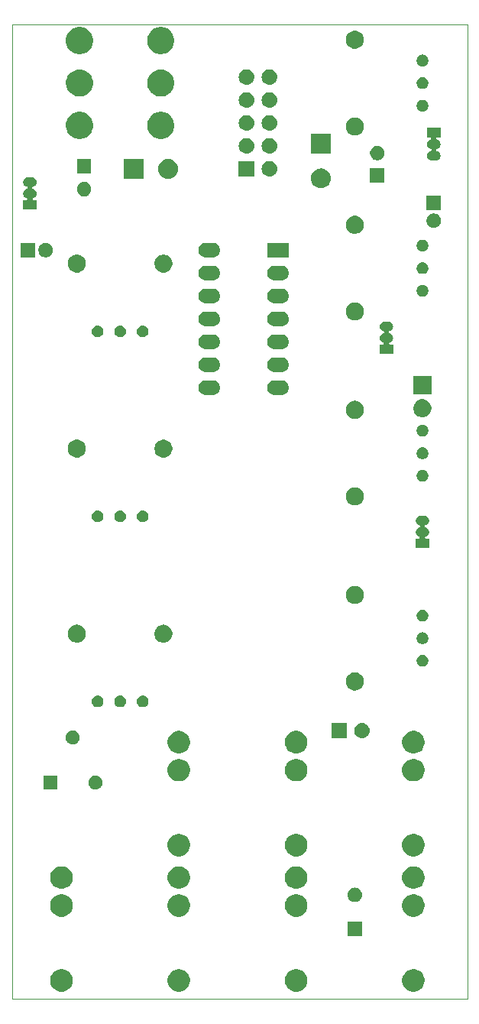
<source format=gbr>
%TF.GenerationSoftware,KiCad,Pcbnew,(5.0.1)-3*%
%TF.CreationDate,2019-09-01T21:44:56+01:00*%
%TF.ProjectId,Tap LFO v2,546170204C464F2076322E6B69636164,rev?*%
%TF.SameCoordinates,Original*%
%TF.FileFunction,Soldermask,Top*%
%TF.FilePolarity,Negative*%
%FSLAX46Y46*%
G04 Gerber Fmt 4.6, Leading zero omitted, Abs format (unit mm)*
G04 Created by KiCad (PCBNEW (5.0.1)-3) date 01/09/2019 21:44:56*
%MOMM*%
%LPD*%
G01*
G04 APERTURE LIST*
%ADD10C,0.100000*%
G04 APERTURE END LIST*
D10*
X70500000Y-20000000D02*
X20000000Y-20000000D01*
X70500000Y-128000000D02*
X70500000Y-20000000D01*
X20000000Y-128000000D02*
X70500000Y-128000000D01*
X20000000Y-20000000D02*
X20000000Y-128000000D01*
G36*
X64864612Y-124718037D02*
X65092096Y-124812264D01*
X65296831Y-124949064D01*
X65470936Y-125123169D01*
X65607736Y-125327904D01*
X65701963Y-125555388D01*
X65750000Y-125796885D01*
X65750000Y-126043115D01*
X65701963Y-126284612D01*
X65607736Y-126512096D01*
X65470936Y-126716831D01*
X65296831Y-126890936D01*
X65092096Y-127027736D01*
X64864612Y-127121963D01*
X64623115Y-127170000D01*
X64376885Y-127170000D01*
X64135388Y-127121963D01*
X63907904Y-127027736D01*
X63703169Y-126890936D01*
X63529064Y-126716831D01*
X63392264Y-126512096D01*
X63298037Y-126284612D01*
X63250000Y-126043115D01*
X63250000Y-125796885D01*
X63298037Y-125555388D01*
X63392264Y-125327904D01*
X63529064Y-125123169D01*
X63703169Y-124949064D01*
X63907904Y-124812264D01*
X64135388Y-124718037D01*
X64376885Y-124670000D01*
X64623115Y-124670000D01*
X64864612Y-124718037D01*
X64864612Y-124718037D01*
G37*
G36*
X51864612Y-124718037D02*
X52092096Y-124812264D01*
X52296831Y-124949064D01*
X52470936Y-125123169D01*
X52607736Y-125327904D01*
X52701963Y-125555388D01*
X52750000Y-125796885D01*
X52750000Y-126043115D01*
X52701963Y-126284612D01*
X52607736Y-126512096D01*
X52470936Y-126716831D01*
X52296831Y-126890936D01*
X52092096Y-127027736D01*
X51864612Y-127121963D01*
X51623115Y-127170000D01*
X51376885Y-127170000D01*
X51135388Y-127121963D01*
X50907904Y-127027736D01*
X50703169Y-126890936D01*
X50529064Y-126716831D01*
X50392264Y-126512096D01*
X50298037Y-126284612D01*
X50250000Y-126043115D01*
X50250000Y-125796885D01*
X50298037Y-125555388D01*
X50392264Y-125327904D01*
X50529064Y-125123169D01*
X50703169Y-124949064D01*
X50907904Y-124812264D01*
X51135388Y-124718037D01*
X51376885Y-124670000D01*
X51623115Y-124670000D01*
X51864612Y-124718037D01*
X51864612Y-124718037D01*
G37*
G36*
X38864612Y-124718037D02*
X39092096Y-124812264D01*
X39296831Y-124949064D01*
X39470936Y-125123169D01*
X39607736Y-125327904D01*
X39701963Y-125555388D01*
X39750000Y-125796885D01*
X39750000Y-126043115D01*
X39701963Y-126284612D01*
X39607736Y-126512096D01*
X39470936Y-126716831D01*
X39296831Y-126890936D01*
X39092096Y-127027736D01*
X38864612Y-127121963D01*
X38623115Y-127170000D01*
X38376885Y-127170000D01*
X38135388Y-127121963D01*
X37907904Y-127027736D01*
X37703169Y-126890936D01*
X37529064Y-126716831D01*
X37392264Y-126512096D01*
X37298037Y-126284612D01*
X37250000Y-126043115D01*
X37250000Y-125796885D01*
X37298037Y-125555388D01*
X37392264Y-125327904D01*
X37529064Y-125123169D01*
X37703169Y-124949064D01*
X37907904Y-124812264D01*
X38135388Y-124718037D01*
X38376885Y-124670000D01*
X38623115Y-124670000D01*
X38864612Y-124718037D01*
X38864612Y-124718037D01*
G37*
G36*
X25864612Y-124718037D02*
X26092096Y-124812264D01*
X26296831Y-124949064D01*
X26470936Y-125123169D01*
X26607736Y-125327904D01*
X26701963Y-125555388D01*
X26750000Y-125796885D01*
X26750000Y-126043115D01*
X26701963Y-126284612D01*
X26607736Y-126512096D01*
X26470936Y-126716831D01*
X26296831Y-126890936D01*
X26092096Y-127027736D01*
X25864612Y-127121963D01*
X25623115Y-127170000D01*
X25376885Y-127170000D01*
X25135388Y-127121963D01*
X24907904Y-127027736D01*
X24703169Y-126890936D01*
X24529064Y-126716831D01*
X24392264Y-126512096D01*
X24298037Y-126284612D01*
X24250000Y-126043115D01*
X24250000Y-125796885D01*
X24298037Y-125555388D01*
X24392264Y-125327904D01*
X24529064Y-125123169D01*
X24703169Y-124949064D01*
X24907904Y-124812264D01*
X25135388Y-124718037D01*
X25376885Y-124670000D01*
X25623115Y-124670000D01*
X25864612Y-124718037D01*
X25864612Y-124718037D01*
G37*
G36*
X58800000Y-121050000D02*
X57200000Y-121050000D01*
X57200000Y-119450000D01*
X58800000Y-119450000D01*
X58800000Y-121050000D01*
X58800000Y-121050000D01*
G37*
G36*
X64864612Y-116418037D02*
X65092096Y-116512264D01*
X65296831Y-116649064D01*
X65470936Y-116823169D01*
X65607736Y-117027904D01*
X65701963Y-117255388D01*
X65750000Y-117496885D01*
X65750000Y-117743115D01*
X65701963Y-117984612D01*
X65607736Y-118212096D01*
X65470936Y-118416831D01*
X65296831Y-118590936D01*
X65092096Y-118727736D01*
X64864612Y-118821963D01*
X64623115Y-118870000D01*
X64376885Y-118870000D01*
X64135388Y-118821963D01*
X63907904Y-118727736D01*
X63703169Y-118590936D01*
X63529064Y-118416831D01*
X63392264Y-118212096D01*
X63298037Y-117984612D01*
X63250000Y-117743115D01*
X63250000Y-117496885D01*
X63298037Y-117255388D01*
X63392264Y-117027904D01*
X63529064Y-116823169D01*
X63703169Y-116649064D01*
X63907904Y-116512264D01*
X64135388Y-116418037D01*
X64376885Y-116370000D01*
X64623115Y-116370000D01*
X64864612Y-116418037D01*
X64864612Y-116418037D01*
G37*
G36*
X25864612Y-116418037D02*
X26092096Y-116512264D01*
X26296831Y-116649064D01*
X26470936Y-116823169D01*
X26607736Y-117027904D01*
X26701963Y-117255388D01*
X26750000Y-117496885D01*
X26750000Y-117743115D01*
X26701963Y-117984612D01*
X26607736Y-118212096D01*
X26470936Y-118416831D01*
X26296831Y-118590936D01*
X26092096Y-118727736D01*
X25864612Y-118821963D01*
X25623115Y-118870000D01*
X25376885Y-118870000D01*
X25135388Y-118821963D01*
X24907904Y-118727736D01*
X24703169Y-118590936D01*
X24529064Y-118416831D01*
X24392264Y-118212096D01*
X24298037Y-117984612D01*
X24250000Y-117743115D01*
X24250000Y-117496885D01*
X24298037Y-117255388D01*
X24392264Y-117027904D01*
X24529064Y-116823169D01*
X24703169Y-116649064D01*
X24907904Y-116512264D01*
X25135388Y-116418037D01*
X25376885Y-116370000D01*
X25623115Y-116370000D01*
X25864612Y-116418037D01*
X25864612Y-116418037D01*
G37*
G36*
X38864612Y-116418037D02*
X39092096Y-116512264D01*
X39296831Y-116649064D01*
X39470936Y-116823169D01*
X39607736Y-117027904D01*
X39701963Y-117255388D01*
X39750000Y-117496885D01*
X39750000Y-117743115D01*
X39701963Y-117984612D01*
X39607736Y-118212096D01*
X39470936Y-118416831D01*
X39296831Y-118590936D01*
X39092096Y-118727736D01*
X38864612Y-118821963D01*
X38623115Y-118870000D01*
X38376885Y-118870000D01*
X38135388Y-118821963D01*
X37907904Y-118727736D01*
X37703169Y-118590936D01*
X37529064Y-118416831D01*
X37392264Y-118212096D01*
X37298037Y-117984612D01*
X37250000Y-117743115D01*
X37250000Y-117496885D01*
X37298037Y-117255388D01*
X37392264Y-117027904D01*
X37529064Y-116823169D01*
X37703169Y-116649064D01*
X37907904Y-116512264D01*
X38135388Y-116418037D01*
X38376885Y-116370000D01*
X38623115Y-116370000D01*
X38864612Y-116418037D01*
X38864612Y-116418037D01*
G37*
G36*
X51864612Y-116418037D02*
X52092096Y-116512264D01*
X52296831Y-116649064D01*
X52470936Y-116823169D01*
X52607736Y-117027904D01*
X52701963Y-117255388D01*
X52750000Y-117496885D01*
X52750000Y-117743115D01*
X52701963Y-117984612D01*
X52607736Y-118212096D01*
X52470936Y-118416831D01*
X52296831Y-118590936D01*
X52092096Y-118727736D01*
X51864612Y-118821963D01*
X51623115Y-118870000D01*
X51376885Y-118870000D01*
X51135388Y-118821963D01*
X50907904Y-118727736D01*
X50703169Y-118590936D01*
X50529064Y-118416831D01*
X50392264Y-118212096D01*
X50298037Y-117984612D01*
X50250000Y-117743115D01*
X50250000Y-117496885D01*
X50298037Y-117255388D01*
X50392264Y-117027904D01*
X50529064Y-116823169D01*
X50703169Y-116649064D01*
X50907904Y-116512264D01*
X51135388Y-116418037D01*
X51376885Y-116370000D01*
X51623115Y-116370000D01*
X51864612Y-116418037D01*
X51864612Y-116418037D01*
G37*
G36*
X58117649Y-115647717D02*
X58156827Y-115651576D01*
X58232227Y-115674448D01*
X58307629Y-115697321D01*
X58446608Y-115771608D01*
X58568422Y-115871578D01*
X58668392Y-115993392D01*
X58742679Y-116132371D01*
X58788424Y-116283174D01*
X58803870Y-116440000D01*
X58788424Y-116596826D01*
X58742679Y-116747629D01*
X58668392Y-116886608D01*
X58568422Y-117008422D01*
X58446608Y-117108392D01*
X58307629Y-117182679D01*
X58232227Y-117205552D01*
X58156827Y-117228424D01*
X58117649Y-117232283D01*
X58039295Y-117240000D01*
X57960705Y-117240000D01*
X57882351Y-117232283D01*
X57843173Y-117228424D01*
X57767773Y-117205552D01*
X57692371Y-117182679D01*
X57553392Y-117108392D01*
X57431578Y-117008422D01*
X57331608Y-116886608D01*
X57257321Y-116747629D01*
X57211576Y-116596826D01*
X57196130Y-116440000D01*
X57211576Y-116283174D01*
X57257321Y-116132371D01*
X57331608Y-115993392D01*
X57431578Y-115871578D01*
X57553392Y-115771608D01*
X57692371Y-115697321D01*
X57767773Y-115674448D01*
X57843173Y-115651576D01*
X57882351Y-115647717D01*
X57960705Y-115640000D01*
X58039295Y-115640000D01*
X58117649Y-115647717D01*
X58117649Y-115647717D01*
G37*
G36*
X64864612Y-113318037D02*
X65092096Y-113412264D01*
X65296831Y-113549064D01*
X65470936Y-113723169D01*
X65607736Y-113927904D01*
X65701963Y-114155388D01*
X65750000Y-114396885D01*
X65750000Y-114643115D01*
X65701963Y-114884612D01*
X65607736Y-115112096D01*
X65470936Y-115316831D01*
X65296831Y-115490936D01*
X65092096Y-115627736D01*
X64864612Y-115721963D01*
X64623115Y-115770000D01*
X64376885Y-115770000D01*
X64135388Y-115721963D01*
X63907904Y-115627736D01*
X63703169Y-115490936D01*
X63529064Y-115316831D01*
X63392264Y-115112096D01*
X63298037Y-114884612D01*
X63250000Y-114643115D01*
X63250000Y-114396885D01*
X63298037Y-114155388D01*
X63392264Y-113927904D01*
X63529064Y-113723169D01*
X63703169Y-113549064D01*
X63907904Y-113412264D01*
X64135388Y-113318037D01*
X64376885Y-113270000D01*
X64623115Y-113270000D01*
X64864612Y-113318037D01*
X64864612Y-113318037D01*
G37*
G36*
X38864612Y-113318037D02*
X39092096Y-113412264D01*
X39296831Y-113549064D01*
X39470936Y-113723169D01*
X39607736Y-113927904D01*
X39701963Y-114155388D01*
X39750000Y-114396885D01*
X39750000Y-114643115D01*
X39701963Y-114884612D01*
X39607736Y-115112096D01*
X39470936Y-115316831D01*
X39296831Y-115490936D01*
X39092096Y-115627736D01*
X38864612Y-115721963D01*
X38623115Y-115770000D01*
X38376885Y-115770000D01*
X38135388Y-115721963D01*
X37907904Y-115627736D01*
X37703169Y-115490936D01*
X37529064Y-115316831D01*
X37392264Y-115112096D01*
X37298037Y-114884612D01*
X37250000Y-114643115D01*
X37250000Y-114396885D01*
X37298037Y-114155388D01*
X37392264Y-113927904D01*
X37529064Y-113723169D01*
X37703169Y-113549064D01*
X37907904Y-113412264D01*
X38135388Y-113318037D01*
X38376885Y-113270000D01*
X38623115Y-113270000D01*
X38864612Y-113318037D01*
X38864612Y-113318037D01*
G37*
G36*
X25864612Y-113318037D02*
X26092096Y-113412264D01*
X26296831Y-113549064D01*
X26470936Y-113723169D01*
X26607736Y-113927904D01*
X26701963Y-114155388D01*
X26750000Y-114396885D01*
X26750000Y-114643115D01*
X26701963Y-114884612D01*
X26607736Y-115112096D01*
X26470936Y-115316831D01*
X26296831Y-115490936D01*
X26092096Y-115627736D01*
X25864612Y-115721963D01*
X25623115Y-115770000D01*
X25376885Y-115770000D01*
X25135388Y-115721963D01*
X24907904Y-115627736D01*
X24703169Y-115490936D01*
X24529064Y-115316831D01*
X24392264Y-115112096D01*
X24298037Y-114884612D01*
X24250000Y-114643115D01*
X24250000Y-114396885D01*
X24298037Y-114155388D01*
X24392264Y-113927904D01*
X24529064Y-113723169D01*
X24703169Y-113549064D01*
X24907904Y-113412264D01*
X25135388Y-113318037D01*
X25376885Y-113270000D01*
X25623115Y-113270000D01*
X25864612Y-113318037D01*
X25864612Y-113318037D01*
G37*
G36*
X51864612Y-113318037D02*
X52092096Y-113412264D01*
X52296831Y-113549064D01*
X52470936Y-113723169D01*
X52607736Y-113927904D01*
X52701963Y-114155388D01*
X52750000Y-114396885D01*
X52750000Y-114643115D01*
X52701963Y-114884612D01*
X52607736Y-115112096D01*
X52470936Y-115316831D01*
X52296831Y-115490936D01*
X52092096Y-115627736D01*
X51864612Y-115721963D01*
X51623115Y-115770000D01*
X51376885Y-115770000D01*
X51135388Y-115721963D01*
X50907904Y-115627736D01*
X50703169Y-115490936D01*
X50529064Y-115316831D01*
X50392264Y-115112096D01*
X50298037Y-114884612D01*
X50250000Y-114643115D01*
X50250000Y-114396885D01*
X50298037Y-114155388D01*
X50392264Y-113927904D01*
X50529064Y-113723169D01*
X50703169Y-113549064D01*
X50907904Y-113412264D01*
X51135388Y-113318037D01*
X51376885Y-113270000D01*
X51623115Y-113270000D01*
X51864612Y-113318037D01*
X51864612Y-113318037D01*
G37*
G36*
X38864612Y-109718037D02*
X39092096Y-109812264D01*
X39296831Y-109949064D01*
X39470936Y-110123169D01*
X39607736Y-110327904D01*
X39701963Y-110555388D01*
X39750000Y-110796885D01*
X39750000Y-111043115D01*
X39701963Y-111284612D01*
X39607736Y-111512096D01*
X39470936Y-111716831D01*
X39296831Y-111890936D01*
X39092096Y-112027736D01*
X38864612Y-112121963D01*
X38623115Y-112170000D01*
X38376885Y-112170000D01*
X38135388Y-112121963D01*
X37907904Y-112027736D01*
X37703169Y-111890936D01*
X37529064Y-111716831D01*
X37392264Y-111512096D01*
X37298037Y-111284612D01*
X37250000Y-111043115D01*
X37250000Y-110796885D01*
X37298037Y-110555388D01*
X37392264Y-110327904D01*
X37529064Y-110123169D01*
X37703169Y-109949064D01*
X37907904Y-109812264D01*
X38135388Y-109718037D01*
X38376885Y-109670000D01*
X38623115Y-109670000D01*
X38864612Y-109718037D01*
X38864612Y-109718037D01*
G37*
G36*
X51864612Y-109718037D02*
X52092096Y-109812264D01*
X52296831Y-109949064D01*
X52470936Y-110123169D01*
X52607736Y-110327904D01*
X52701963Y-110555388D01*
X52750000Y-110796885D01*
X52750000Y-111043115D01*
X52701963Y-111284612D01*
X52607736Y-111512096D01*
X52470936Y-111716831D01*
X52296831Y-111890936D01*
X52092096Y-112027736D01*
X51864612Y-112121963D01*
X51623115Y-112170000D01*
X51376885Y-112170000D01*
X51135388Y-112121963D01*
X50907904Y-112027736D01*
X50703169Y-111890936D01*
X50529064Y-111716831D01*
X50392264Y-111512096D01*
X50298037Y-111284612D01*
X50250000Y-111043115D01*
X50250000Y-110796885D01*
X50298037Y-110555388D01*
X50392264Y-110327904D01*
X50529064Y-110123169D01*
X50703169Y-109949064D01*
X50907904Y-109812264D01*
X51135388Y-109718037D01*
X51376885Y-109670000D01*
X51623115Y-109670000D01*
X51864612Y-109718037D01*
X51864612Y-109718037D01*
G37*
G36*
X64864612Y-109718037D02*
X65092096Y-109812264D01*
X65296831Y-109949064D01*
X65470936Y-110123169D01*
X65607736Y-110327904D01*
X65701963Y-110555388D01*
X65750000Y-110796885D01*
X65750000Y-111043115D01*
X65701963Y-111284612D01*
X65607736Y-111512096D01*
X65470936Y-111716831D01*
X65296831Y-111890936D01*
X65092096Y-112027736D01*
X64864612Y-112121963D01*
X64623115Y-112170000D01*
X64376885Y-112170000D01*
X64135388Y-112121963D01*
X63907904Y-112027736D01*
X63703169Y-111890936D01*
X63529064Y-111716831D01*
X63392264Y-111512096D01*
X63298037Y-111284612D01*
X63250000Y-111043115D01*
X63250000Y-110796885D01*
X63298037Y-110555388D01*
X63392264Y-110327904D01*
X63529064Y-110123169D01*
X63703169Y-109949064D01*
X63907904Y-109812264D01*
X64135388Y-109718037D01*
X64376885Y-109670000D01*
X64623115Y-109670000D01*
X64864612Y-109718037D01*
X64864612Y-109718037D01*
G37*
G36*
X29476059Y-103254782D02*
X29617099Y-103313203D01*
X29744037Y-103398020D01*
X29851980Y-103505963D01*
X29936797Y-103632901D01*
X29995218Y-103773941D01*
X30025000Y-103923668D01*
X30025000Y-104076332D01*
X29995218Y-104226059D01*
X29936797Y-104367099D01*
X29851980Y-104494037D01*
X29744037Y-104601980D01*
X29617099Y-104686797D01*
X29476059Y-104745218D01*
X29326332Y-104775000D01*
X29173668Y-104775000D01*
X29023941Y-104745218D01*
X28882901Y-104686797D01*
X28755963Y-104601980D01*
X28648020Y-104494037D01*
X28563203Y-104367099D01*
X28504782Y-104226059D01*
X28475000Y-104076332D01*
X28475000Y-103923668D01*
X28504782Y-103773941D01*
X28563203Y-103632901D01*
X28648020Y-103505963D01*
X28755963Y-103398020D01*
X28882901Y-103313203D01*
X29023941Y-103254782D01*
X29173668Y-103225000D01*
X29326332Y-103225000D01*
X29476059Y-103254782D01*
X29476059Y-103254782D01*
G37*
G36*
X25025000Y-104775000D02*
X23475000Y-104775000D01*
X23475000Y-103225000D01*
X25025000Y-103225000D01*
X25025000Y-104775000D01*
X25025000Y-104775000D01*
G37*
G36*
X64864612Y-101418037D02*
X65092096Y-101512264D01*
X65296831Y-101649064D01*
X65470936Y-101823169D01*
X65607736Y-102027904D01*
X65701963Y-102255388D01*
X65750000Y-102496885D01*
X65750000Y-102743115D01*
X65701963Y-102984612D01*
X65607736Y-103212096D01*
X65470936Y-103416831D01*
X65296831Y-103590936D01*
X65092096Y-103727736D01*
X64864612Y-103821963D01*
X64623115Y-103870000D01*
X64376885Y-103870000D01*
X64135388Y-103821963D01*
X63907904Y-103727736D01*
X63703169Y-103590936D01*
X63529064Y-103416831D01*
X63392264Y-103212096D01*
X63298037Y-102984612D01*
X63250000Y-102743115D01*
X63250000Y-102496885D01*
X63298037Y-102255388D01*
X63392264Y-102027904D01*
X63529064Y-101823169D01*
X63703169Y-101649064D01*
X63907904Y-101512264D01*
X64135388Y-101418037D01*
X64376885Y-101370000D01*
X64623115Y-101370000D01*
X64864612Y-101418037D01*
X64864612Y-101418037D01*
G37*
G36*
X51864612Y-101418037D02*
X52092096Y-101512264D01*
X52296831Y-101649064D01*
X52470936Y-101823169D01*
X52607736Y-102027904D01*
X52701963Y-102255388D01*
X52750000Y-102496885D01*
X52750000Y-102743115D01*
X52701963Y-102984612D01*
X52607736Y-103212096D01*
X52470936Y-103416831D01*
X52296831Y-103590936D01*
X52092096Y-103727736D01*
X51864612Y-103821963D01*
X51623115Y-103870000D01*
X51376885Y-103870000D01*
X51135388Y-103821963D01*
X50907904Y-103727736D01*
X50703169Y-103590936D01*
X50529064Y-103416831D01*
X50392264Y-103212096D01*
X50298037Y-102984612D01*
X50250000Y-102743115D01*
X50250000Y-102496885D01*
X50298037Y-102255388D01*
X50392264Y-102027904D01*
X50529064Y-101823169D01*
X50703169Y-101649064D01*
X50907904Y-101512264D01*
X51135388Y-101418037D01*
X51376885Y-101370000D01*
X51623115Y-101370000D01*
X51864612Y-101418037D01*
X51864612Y-101418037D01*
G37*
G36*
X38864612Y-101418037D02*
X39092096Y-101512264D01*
X39296831Y-101649064D01*
X39470936Y-101823169D01*
X39607736Y-102027904D01*
X39701963Y-102255388D01*
X39750000Y-102496885D01*
X39750000Y-102743115D01*
X39701963Y-102984612D01*
X39607736Y-103212096D01*
X39470936Y-103416831D01*
X39296831Y-103590936D01*
X39092096Y-103727736D01*
X38864612Y-103821963D01*
X38623115Y-103870000D01*
X38376885Y-103870000D01*
X38135388Y-103821963D01*
X37907904Y-103727736D01*
X37703169Y-103590936D01*
X37529064Y-103416831D01*
X37392264Y-103212096D01*
X37298037Y-102984612D01*
X37250000Y-102743115D01*
X37250000Y-102496885D01*
X37298037Y-102255388D01*
X37392264Y-102027904D01*
X37529064Y-101823169D01*
X37703169Y-101649064D01*
X37907904Y-101512264D01*
X38135388Y-101418037D01*
X38376885Y-101370000D01*
X38623115Y-101370000D01*
X38864612Y-101418037D01*
X38864612Y-101418037D01*
G37*
G36*
X51864612Y-98318037D02*
X52092096Y-98412264D01*
X52296831Y-98549064D01*
X52470936Y-98723169D01*
X52607736Y-98927904D01*
X52701963Y-99155388D01*
X52750000Y-99396885D01*
X52750000Y-99643115D01*
X52701963Y-99884612D01*
X52607736Y-100112096D01*
X52470936Y-100316831D01*
X52296831Y-100490936D01*
X52092096Y-100627736D01*
X51864612Y-100721963D01*
X51623115Y-100770000D01*
X51376885Y-100770000D01*
X51135388Y-100721963D01*
X50907904Y-100627736D01*
X50703169Y-100490936D01*
X50529064Y-100316831D01*
X50392264Y-100112096D01*
X50298037Y-99884612D01*
X50250000Y-99643115D01*
X50250000Y-99396885D01*
X50298037Y-99155388D01*
X50392264Y-98927904D01*
X50529064Y-98723169D01*
X50703169Y-98549064D01*
X50907904Y-98412264D01*
X51135388Y-98318037D01*
X51376885Y-98270000D01*
X51623115Y-98270000D01*
X51864612Y-98318037D01*
X51864612Y-98318037D01*
G37*
G36*
X64864612Y-98318037D02*
X65092096Y-98412264D01*
X65296831Y-98549064D01*
X65470936Y-98723169D01*
X65607736Y-98927904D01*
X65701963Y-99155388D01*
X65750000Y-99396885D01*
X65750000Y-99643115D01*
X65701963Y-99884612D01*
X65607736Y-100112096D01*
X65470936Y-100316831D01*
X65296831Y-100490936D01*
X65092096Y-100627736D01*
X64864612Y-100721963D01*
X64623115Y-100770000D01*
X64376885Y-100770000D01*
X64135388Y-100721963D01*
X63907904Y-100627736D01*
X63703169Y-100490936D01*
X63529064Y-100316831D01*
X63392264Y-100112096D01*
X63298037Y-99884612D01*
X63250000Y-99643115D01*
X63250000Y-99396885D01*
X63298037Y-99155388D01*
X63392264Y-98927904D01*
X63529064Y-98723169D01*
X63703169Y-98549064D01*
X63907904Y-98412264D01*
X64135388Y-98318037D01*
X64376885Y-98270000D01*
X64623115Y-98270000D01*
X64864612Y-98318037D01*
X64864612Y-98318037D01*
G37*
G36*
X38864612Y-98318037D02*
X39092096Y-98412264D01*
X39296831Y-98549064D01*
X39470936Y-98723169D01*
X39607736Y-98927904D01*
X39701963Y-99155388D01*
X39750000Y-99396885D01*
X39750000Y-99643115D01*
X39701963Y-99884612D01*
X39607736Y-100112096D01*
X39470936Y-100316831D01*
X39296831Y-100490936D01*
X39092096Y-100627736D01*
X38864612Y-100721963D01*
X38623115Y-100770000D01*
X38376885Y-100770000D01*
X38135388Y-100721963D01*
X37907904Y-100627736D01*
X37703169Y-100490936D01*
X37529064Y-100316831D01*
X37392264Y-100112096D01*
X37298037Y-99884612D01*
X37250000Y-99643115D01*
X37250000Y-99396885D01*
X37298037Y-99155388D01*
X37392264Y-98927904D01*
X37529064Y-98723169D01*
X37703169Y-98549064D01*
X37907904Y-98412264D01*
X38135388Y-98318037D01*
X38376885Y-98270000D01*
X38623115Y-98270000D01*
X38864612Y-98318037D01*
X38864612Y-98318037D01*
G37*
G36*
X26976059Y-98254782D02*
X27117099Y-98313203D01*
X27244037Y-98398020D01*
X27351980Y-98505963D01*
X27436797Y-98632901D01*
X27495218Y-98773941D01*
X27525000Y-98923668D01*
X27525000Y-99076332D01*
X27495218Y-99226059D01*
X27436797Y-99367099D01*
X27351980Y-99494037D01*
X27244037Y-99601980D01*
X27117099Y-99686797D01*
X26976059Y-99745218D01*
X26826332Y-99775000D01*
X26673668Y-99775000D01*
X26523941Y-99745218D01*
X26382901Y-99686797D01*
X26255963Y-99601980D01*
X26148020Y-99494037D01*
X26063203Y-99367099D01*
X26004782Y-99226059D01*
X25975000Y-99076332D01*
X25975000Y-98923668D01*
X26004782Y-98773941D01*
X26063203Y-98632901D01*
X26148020Y-98505963D01*
X26255963Y-98398020D01*
X26382901Y-98313203D01*
X26523941Y-98254782D01*
X26673668Y-98225000D01*
X26826332Y-98225000D01*
X26976059Y-98254782D01*
X26976059Y-98254782D01*
G37*
G36*
X58956630Y-97412299D02*
X59116855Y-97460903D01*
X59264520Y-97539831D01*
X59393949Y-97646051D01*
X59500169Y-97775480D01*
X59579097Y-97923145D01*
X59627701Y-98083370D01*
X59644112Y-98250000D01*
X59627701Y-98416630D01*
X59579097Y-98576855D01*
X59500169Y-98724520D01*
X59393949Y-98853949D01*
X59264520Y-98960169D01*
X59116855Y-99039097D01*
X58956630Y-99087701D01*
X58831752Y-99100000D01*
X58748248Y-99100000D01*
X58623370Y-99087701D01*
X58463145Y-99039097D01*
X58315480Y-98960169D01*
X58186051Y-98853949D01*
X58079831Y-98724520D01*
X58000903Y-98576855D01*
X57952299Y-98416630D01*
X57935888Y-98250000D01*
X57952299Y-98083370D01*
X58000903Y-97923145D01*
X58079831Y-97775480D01*
X58186051Y-97646051D01*
X58315480Y-97539831D01*
X58463145Y-97460903D01*
X58623370Y-97412299D01*
X58748248Y-97400000D01*
X58831752Y-97400000D01*
X58956630Y-97412299D01*
X58956630Y-97412299D01*
G37*
G36*
X57100000Y-99100000D02*
X55400000Y-99100000D01*
X55400000Y-97400000D01*
X57100000Y-97400000D01*
X57100000Y-99100000D01*
X57100000Y-99100000D01*
G37*
G36*
X32147738Y-94366653D02*
X32189598Y-94374979D01*
X32224245Y-94389330D01*
X32307890Y-94423977D01*
X32414354Y-94495114D01*
X32504886Y-94585646D01*
X32576023Y-94692110D01*
X32625021Y-94810403D01*
X32650000Y-94935979D01*
X32650000Y-95064021D01*
X32625021Y-95189597D01*
X32576023Y-95307890D01*
X32504886Y-95414354D01*
X32414354Y-95504886D01*
X32307890Y-95576023D01*
X32224245Y-95610670D01*
X32189598Y-95625021D01*
X32147738Y-95633347D01*
X32064021Y-95650000D01*
X31935979Y-95650000D01*
X31852262Y-95633347D01*
X31810402Y-95625021D01*
X31775755Y-95610670D01*
X31692110Y-95576023D01*
X31585646Y-95504886D01*
X31495114Y-95414354D01*
X31423977Y-95307890D01*
X31374979Y-95189597D01*
X31350000Y-95064021D01*
X31350000Y-94935979D01*
X31374979Y-94810403D01*
X31423977Y-94692110D01*
X31495114Y-94585646D01*
X31585646Y-94495114D01*
X31692110Y-94423977D01*
X31775755Y-94389330D01*
X31810402Y-94374979D01*
X31852262Y-94366653D01*
X31935979Y-94350000D01*
X32064021Y-94350000D01*
X32147738Y-94366653D01*
X32147738Y-94366653D01*
G37*
G36*
X34647738Y-94366653D02*
X34689598Y-94374979D01*
X34724245Y-94389330D01*
X34807890Y-94423977D01*
X34914354Y-94495114D01*
X35004886Y-94585646D01*
X35076023Y-94692110D01*
X35125021Y-94810403D01*
X35150000Y-94935979D01*
X35150000Y-95064021D01*
X35125021Y-95189597D01*
X35076023Y-95307890D01*
X35004886Y-95414354D01*
X34914354Y-95504886D01*
X34807890Y-95576023D01*
X34724245Y-95610670D01*
X34689598Y-95625021D01*
X34647738Y-95633347D01*
X34564021Y-95650000D01*
X34435979Y-95650000D01*
X34352262Y-95633347D01*
X34310402Y-95625021D01*
X34275755Y-95610670D01*
X34192110Y-95576023D01*
X34085646Y-95504886D01*
X33995114Y-95414354D01*
X33923977Y-95307890D01*
X33874979Y-95189597D01*
X33850000Y-95064021D01*
X33850000Y-94935979D01*
X33874979Y-94810403D01*
X33923977Y-94692110D01*
X33995114Y-94585646D01*
X34085646Y-94495114D01*
X34192110Y-94423977D01*
X34275755Y-94389330D01*
X34310402Y-94374979D01*
X34352262Y-94366653D01*
X34435979Y-94350000D01*
X34564021Y-94350000D01*
X34647738Y-94366653D01*
X34647738Y-94366653D01*
G37*
G36*
X29647738Y-94366653D02*
X29689598Y-94374979D01*
X29724245Y-94389330D01*
X29807890Y-94423977D01*
X29914354Y-94495114D01*
X30004886Y-94585646D01*
X30076023Y-94692110D01*
X30125021Y-94810403D01*
X30150000Y-94935979D01*
X30150000Y-95064021D01*
X30125021Y-95189597D01*
X30076023Y-95307890D01*
X30004886Y-95414354D01*
X29914354Y-95504886D01*
X29807890Y-95576023D01*
X29724245Y-95610670D01*
X29689598Y-95625021D01*
X29647738Y-95633347D01*
X29564021Y-95650000D01*
X29435979Y-95650000D01*
X29352262Y-95633347D01*
X29310402Y-95625021D01*
X29275755Y-95610670D01*
X29192110Y-95576023D01*
X29085646Y-95504886D01*
X28995114Y-95414354D01*
X28923977Y-95307890D01*
X28874979Y-95189597D01*
X28850000Y-95064021D01*
X28850000Y-94935979D01*
X28874979Y-94810403D01*
X28923977Y-94692110D01*
X28995114Y-94585646D01*
X29085646Y-94495114D01*
X29192110Y-94423977D01*
X29275755Y-94389330D01*
X29310402Y-94374979D01*
X29352262Y-94366653D01*
X29435979Y-94350000D01*
X29564021Y-94350000D01*
X29647738Y-94366653D01*
X29647738Y-94366653D01*
G37*
G36*
X58175770Y-91815372D02*
X58291689Y-91838429D01*
X58473678Y-91913811D01*
X58637463Y-92023249D01*
X58776751Y-92162537D01*
X58886189Y-92326322D01*
X58961571Y-92508311D01*
X59000000Y-92701509D01*
X59000000Y-92898491D01*
X58961571Y-93091689D01*
X58886189Y-93273678D01*
X58776751Y-93437463D01*
X58637463Y-93576751D01*
X58473678Y-93686189D01*
X58291689Y-93761571D01*
X58175770Y-93784628D01*
X58098493Y-93800000D01*
X57901507Y-93800000D01*
X57824230Y-93784628D01*
X57708311Y-93761571D01*
X57526322Y-93686189D01*
X57362537Y-93576751D01*
X57223249Y-93437463D01*
X57113811Y-93273678D01*
X57038429Y-93091689D01*
X57000000Y-92898491D01*
X57000000Y-92701509D01*
X57038429Y-92508311D01*
X57113811Y-92326322D01*
X57223249Y-92162537D01*
X57362537Y-92023249D01*
X57526322Y-91913811D01*
X57708311Y-91838429D01*
X57824230Y-91815372D01*
X57901507Y-91800000D01*
X58098493Y-91800000D01*
X58175770Y-91815372D01*
X58175770Y-91815372D01*
G37*
G36*
X65647738Y-89866653D02*
X65689598Y-89874979D01*
X65724245Y-89889330D01*
X65807890Y-89923977D01*
X65914354Y-89995114D01*
X66004886Y-90085646D01*
X66076023Y-90192110D01*
X66125021Y-90310403D01*
X66150000Y-90435979D01*
X66150000Y-90564021D01*
X66125021Y-90689597D01*
X66076023Y-90807890D01*
X66004886Y-90914354D01*
X65914354Y-91004886D01*
X65807890Y-91076023D01*
X65724245Y-91110670D01*
X65689598Y-91125021D01*
X65647738Y-91133347D01*
X65564021Y-91150000D01*
X65435979Y-91150000D01*
X65352262Y-91133347D01*
X65310402Y-91125021D01*
X65275755Y-91110670D01*
X65192110Y-91076023D01*
X65085646Y-91004886D01*
X64995114Y-90914354D01*
X64923977Y-90807890D01*
X64874979Y-90689597D01*
X64850000Y-90564021D01*
X64850000Y-90435979D01*
X64874979Y-90310403D01*
X64923977Y-90192110D01*
X64995114Y-90085646D01*
X65085646Y-89995114D01*
X65192110Y-89923977D01*
X65275755Y-89889330D01*
X65310402Y-89874979D01*
X65352262Y-89866653D01*
X65435979Y-89850000D01*
X65564021Y-89850000D01*
X65647738Y-89866653D01*
X65647738Y-89866653D01*
G37*
G36*
X65647738Y-87366653D02*
X65689598Y-87374979D01*
X65724245Y-87389330D01*
X65807890Y-87423977D01*
X65914354Y-87495114D01*
X66004886Y-87585646D01*
X66076023Y-87692110D01*
X66110670Y-87775755D01*
X66117270Y-87791689D01*
X66125021Y-87810403D01*
X66150000Y-87935979D01*
X66150000Y-88064021D01*
X66125021Y-88189597D01*
X66076023Y-88307890D01*
X66004886Y-88414354D01*
X65914354Y-88504886D01*
X65807890Y-88576023D01*
X65724245Y-88610670D01*
X65689598Y-88625021D01*
X65647738Y-88633347D01*
X65564021Y-88650000D01*
X65435979Y-88650000D01*
X65352262Y-88633347D01*
X65310402Y-88625021D01*
X65275755Y-88610670D01*
X65192110Y-88576023D01*
X65085646Y-88504886D01*
X64995114Y-88414354D01*
X64923977Y-88307890D01*
X64874979Y-88189597D01*
X64850000Y-88064021D01*
X64850000Y-87935979D01*
X64874979Y-87810403D01*
X64882731Y-87791689D01*
X64889330Y-87775755D01*
X64923977Y-87692110D01*
X64995114Y-87585646D01*
X65085646Y-87495114D01*
X65192110Y-87423977D01*
X65275755Y-87389330D01*
X65310402Y-87374979D01*
X65352262Y-87366653D01*
X65435979Y-87350000D01*
X65564021Y-87350000D01*
X65647738Y-87366653D01*
X65647738Y-87366653D01*
G37*
G36*
X27375770Y-86515372D02*
X27491689Y-86538429D01*
X27673678Y-86613811D01*
X27837463Y-86723249D01*
X27976751Y-86862537D01*
X28086189Y-87026322D01*
X28161571Y-87208311D01*
X28200000Y-87401509D01*
X28200000Y-87598491D01*
X28161571Y-87791689D01*
X28086189Y-87973678D01*
X27976751Y-88137463D01*
X27837463Y-88276751D01*
X27673678Y-88386189D01*
X27491689Y-88461571D01*
X27375770Y-88484628D01*
X27298493Y-88500000D01*
X27101507Y-88500000D01*
X27024230Y-88484628D01*
X26908311Y-88461571D01*
X26726322Y-88386189D01*
X26562537Y-88276751D01*
X26423249Y-88137463D01*
X26313811Y-87973678D01*
X26238429Y-87791689D01*
X26200000Y-87598491D01*
X26200000Y-87401509D01*
X26238429Y-87208311D01*
X26313811Y-87026322D01*
X26423249Y-86862537D01*
X26562537Y-86723249D01*
X26726322Y-86613811D01*
X26908311Y-86538429D01*
X27024230Y-86515372D01*
X27101507Y-86500000D01*
X27298493Y-86500000D01*
X27375770Y-86515372D01*
X27375770Y-86515372D01*
G37*
G36*
X36975770Y-86515372D02*
X37091689Y-86538429D01*
X37273678Y-86613811D01*
X37437463Y-86723249D01*
X37576751Y-86862537D01*
X37686189Y-87026322D01*
X37761571Y-87208311D01*
X37800000Y-87401509D01*
X37800000Y-87598491D01*
X37761571Y-87791689D01*
X37686189Y-87973678D01*
X37576751Y-88137463D01*
X37437463Y-88276751D01*
X37273678Y-88386189D01*
X37091689Y-88461571D01*
X36975770Y-88484628D01*
X36898493Y-88500000D01*
X36701507Y-88500000D01*
X36624230Y-88484628D01*
X36508311Y-88461571D01*
X36326322Y-88386189D01*
X36162537Y-88276751D01*
X36023249Y-88137463D01*
X35913811Y-87973678D01*
X35838429Y-87791689D01*
X35800000Y-87598491D01*
X35800000Y-87401509D01*
X35838429Y-87208311D01*
X35913811Y-87026322D01*
X36023249Y-86862537D01*
X36162537Y-86723249D01*
X36326322Y-86613811D01*
X36508311Y-86538429D01*
X36624230Y-86515372D01*
X36701507Y-86500000D01*
X36898493Y-86500000D01*
X36975770Y-86515372D01*
X36975770Y-86515372D01*
G37*
G36*
X65647738Y-84866653D02*
X65689598Y-84874979D01*
X65724245Y-84889330D01*
X65807890Y-84923977D01*
X65914354Y-84995114D01*
X66004886Y-85085646D01*
X66076023Y-85192110D01*
X66125021Y-85310403D01*
X66150000Y-85435979D01*
X66150000Y-85564021D01*
X66125021Y-85689597D01*
X66076023Y-85807890D01*
X66004886Y-85914354D01*
X65914354Y-86004886D01*
X65807890Y-86076023D01*
X65724245Y-86110670D01*
X65689598Y-86125021D01*
X65647738Y-86133347D01*
X65564021Y-86150000D01*
X65435979Y-86150000D01*
X65352262Y-86133347D01*
X65310402Y-86125021D01*
X65275755Y-86110670D01*
X65192110Y-86076023D01*
X65085646Y-86004886D01*
X64995114Y-85914354D01*
X64923977Y-85807890D01*
X64874979Y-85689597D01*
X64850000Y-85564021D01*
X64850000Y-85435979D01*
X64874979Y-85310403D01*
X64923977Y-85192110D01*
X64995114Y-85085646D01*
X65085646Y-84995114D01*
X65192110Y-84923977D01*
X65275755Y-84889330D01*
X65310402Y-84874979D01*
X65352262Y-84866653D01*
X65435979Y-84850000D01*
X65564021Y-84850000D01*
X65647738Y-84866653D01*
X65647738Y-84866653D01*
G37*
G36*
X58175770Y-82215372D02*
X58291689Y-82238429D01*
X58473678Y-82313811D01*
X58637463Y-82423249D01*
X58776751Y-82562537D01*
X58886189Y-82726322D01*
X58961571Y-82908311D01*
X59000000Y-83101509D01*
X59000000Y-83298491D01*
X58961571Y-83491689D01*
X58886189Y-83673678D01*
X58776751Y-83837463D01*
X58637463Y-83976751D01*
X58473678Y-84086189D01*
X58291689Y-84161571D01*
X58175770Y-84184628D01*
X58098493Y-84200000D01*
X57901507Y-84200000D01*
X57824230Y-84184628D01*
X57708311Y-84161571D01*
X57526322Y-84086189D01*
X57362537Y-83976751D01*
X57223249Y-83837463D01*
X57113811Y-83673678D01*
X57038429Y-83491689D01*
X57000000Y-83298491D01*
X57000000Y-83101509D01*
X57038429Y-82908311D01*
X57113811Y-82726322D01*
X57223249Y-82562537D01*
X57362537Y-82423249D01*
X57526322Y-82313811D01*
X57708311Y-82238429D01*
X57824230Y-82215372D01*
X57901507Y-82200000D01*
X58098493Y-82200000D01*
X58175770Y-82215372D01*
X58175770Y-82215372D01*
G37*
G36*
X65827914Y-74442596D02*
X65827917Y-74442597D01*
X65827918Y-74442597D01*
X65926881Y-74472617D01*
X66018086Y-74521367D01*
X66098027Y-74586973D01*
X66163633Y-74666914D01*
X66206087Y-74746340D01*
X66212382Y-74758117D01*
X66242404Y-74857086D01*
X66252540Y-74960000D01*
X66242404Y-75062914D01*
X66242403Y-75062917D01*
X66242403Y-75062918D01*
X66212383Y-75161881D01*
X66163633Y-75253086D01*
X66098027Y-75333027D01*
X66018086Y-75398633D01*
X65926881Y-75447383D01*
X65834580Y-75475382D01*
X65811941Y-75484760D01*
X65791567Y-75498374D01*
X65774240Y-75515701D01*
X65760626Y-75536075D01*
X65751248Y-75558714D01*
X65746468Y-75582748D01*
X65746468Y-75607252D01*
X65751248Y-75631286D01*
X65760626Y-75653925D01*
X65774240Y-75674299D01*
X65791567Y-75691626D01*
X65811941Y-75705240D01*
X65834579Y-75714618D01*
X65926881Y-75742617D01*
X66018086Y-75791367D01*
X66018088Y-75791368D01*
X66018087Y-75791368D01*
X66098027Y-75856973D01*
X66163632Y-75936913D01*
X66212382Y-76028117D01*
X66242404Y-76127086D01*
X66252540Y-76230000D01*
X66242404Y-76332914D01*
X66242403Y-76332917D01*
X66242403Y-76332918D01*
X66212383Y-76431881D01*
X66163633Y-76523086D01*
X66098027Y-76603027D01*
X66018086Y-76668633D01*
X65975632Y-76691325D01*
X65926882Y-76717383D01*
X65884029Y-76730382D01*
X65861389Y-76739760D01*
X65841015Y-76753374D01*
X65823688Y-76770701D01*
X65810074Y-76791075D01*
X65800696Y-76813714D01*
X65795916Y-76837748D01*
X65795916Y-76862252D01*
X65800696Y-76886285D01*
X65810074Y-76908925D01*
X65823688Y-76929299D01*
X65841015Y-76946626D01*
X65861389Y-76960240D01*
X65884028Y-76969618D01*
X65908062Y-76974398D01*
X65920314Y-76975000D01*
X66250000Y-76975000D01*
X66250000Y-78025000D01*
X64750000Y-78025000D01*
X64750000Y-76975000D01*
X65079686Y-76975000D01*
X65104072Y-76972598D01*
X65127521Y-76965485D01*
X65149132Y-76953934D01*
X65168074Y-76938388D01*
X65183620Y-76919446D01*
X65195171Y-76897835D01*
X65202284Y-76874386D01*
X65204686Y-76850000D01*
X65202284Y-76825614D01*
X65195171Y-76802165D01*
X65183620Y-76780554D01*
X65168074Y-76761612D01*
X65149132Y-76746066D01*
X65127521Y-76734515D01*
X65115971Y-76730382D01*
X65073118Y-76717383D01*
X65024368Y-76691325D01*
X64981914Y-76668633D01*
X64901973Y-76603027D01*
X64836367Y-76523086D01*
X64787617Y-76431881D01*
X64757597Y-76332918D01*
X64757597Y-76332917D01*
X64757596Y-76332914D01*
X64747460Y-76230000D01*
X64757596Y-76127086D01*
X64787618Y-76028117D01*
X64836368Y-75936913D01*
X64901973Y-75856973D01*
X64981913Y-75791368D01*
X64981912Y-75791368D01*
X64981914Y-75791367D01*
X65073119Y-75742617D01*
X65165421Y-75714618D01*
X65188059Y-75705240D01*
X65208433Y-75691626D01*
X65225760Y-75674299D01*
X65239374Y-75653925D01*
X65248752Y-75631286D01*
X65253532Y-75607252D01*
X65253532Y-75582748D01*
X65248752Y-75558714D01*
X65239374Y-75536075D01*
X65225760Y-75515701D01*
X65208433Y-75498374D01*
X65188059Y-75484760D01*
X65165420Y-75475382D01*
X65073119Y-75447383D01*
X64981914Y-75398633D01*
X64901973Y-75333027D01*
X64836367Y-75253086D01*
X64787617Y-75161881D01*
X64757597Y-75062918D01*
X64757597Y-75062917D01*
X64757596Y-75062914D01*
X64747460Y-74960000D01*
X64757596Y-74857086D01*
X64787618Y-74758117D01*
X64793913Y-74746340D01*
X64836367Y-74666914D01*
X64901973Y-74586973D01*
X64981914Y-74521367D01*
X65073119Y-74472617D01*
X65172082Y-74442597D01*
X65172083Y-74442597D01*
X65172086Y-74442596D01*
X65249208Y-74435000D01*
X65750792Y-74435000D01*
X65827914Y-74442596D01*
X65827914Y-74442596D01*
G37*
G36*
X34647738Y-73866653D02*
X34689598Y-73874979D01*
X34724245Y-73889330D01*
X34807890Y-73923977D01*
X34914354Y-73995114D01*
X35004886Y-74085646D01*
X35076023Y-74192110D01*
X35125021Y-74310403D01*
X35150000Y-74435979D01*
X35150000Y-74564021D01*
X35125021Y-74689597D01*
X35076023Y-74807890D01*
X35004886Y-74914354D01*
X34914354Y-75004886D01*
X34807890Y-75076023D01*
X34724245Y-75110670D01*
X34689598Y-75125021D01*
X34647738Y-75133347D01*
X34564021Y-75150000D01*
X34435979Y-75150000D01*
X34352262Y-75133347D01*
X34310402Y-75125021D01*
X34275755Y-75110670D01*
X34192110Y-75076023D01*
X34085646Y-75004886D01*
X33995114Y-74914354D01*
X33923977Y-74807890D01*
X33874979Y-74689597D01*
X33850000Y-74564021D01*
X33850000Y-74435979D01*
X33874979Y-74310403D01*
X33923977Y-74192110D01*
X33995114Y-74085646D01*
X34085646Y-73995114D01*
X34192110Y-73923977D01*
X34275755Y-73889330D01*
X34310402Y-73874979D01*
X34352262Y-73866653D01*
X34435979Y-73850000D01*
X34564021Y-73850000D01*
X34647738Y-73866653D01*
X34647738Y-73866653D01*
G37*
G36*
X29647738Y-73866653D02*
X29689598Y-73874979D01*
X29724245Y-73889330D01*
X29807890Y-73923977D01*
X29914354Y-73995114D01*
X30004886Y-74085646D01*
X30076023Y-74192110D01*
X30125021Y-74310403D01*
X30150000Y-74435979D01*
X30150000Y-74564021D01*
X30125021Y-74689597D01*
X30076023Y-74807890D01*
X30004886Y-74914354D01*
X29914354Y-75004886D01*
X29807890Y-75076023D01*
X29724245Y-75110670D01*
X29689598Y-75125021D01*
X29647738Y-75133347D01*
X29564021Y-75150000D01*
X29435979Y-75150000D01*
X29352262Y-75133347D01*
X29310402Y-75125021D01*
X29275755Y-75110670D01*
X29192110Y-75076023D01*
X29085646Y-75004886D01*
X28995114Y-74914354D01*
X28923977Y-74807890D01*
X28874979Y-74689597D01*
X28850000Y-74564021D01*
X28850000Y-74435979D01*
X28874979Y-74310403D01*
X28923977Y-74192110D01*
X28995114Y-74085646D01*
X29085646Y-73995114D01*
X29192110Y-73923977D01*
X29275755Y-73889330D01*
X29310402Y-73874979D01*
X29352262Y-73866653D01*
X29435979Y-73850000D01*
X29564021Y-73850000D01*
X29647738Y-73866653D01*
X29647738Y-73866653D01*
G37*
G36*
X32147738Y-73866653D02*
X32189598Y-73874979D01*
X32224245Y-73889330D01*
X32307890Y-73923977D01*
X32414354Y-73995114D01*
X32504886Y-74085646D01*
X32576023Y-74192110D01*
X32625021Y-74310403D01*
X32650000Y-74435979D01*
X32650000Y-74564021D01*
X32625021Y-74689597D01*
X32576023Y-74807890D01*
X32504886Y-74914354D01*
X32414354Y-75004886D01*
X32307890Y-75076023D01*
X32224245Y-75110670D01*
X32189598Y-75125021D01*
X32147738Y-75133347D01*
X32064021Y-75150000D01*
X31935979Y-75150000D01*
X31852262Y-75133347D01*
X31810402Y-75125021D01*
X31775755Y-75110670D01*
X31692110Y-75076023D01*
X31585646Y-75004886D01*
X31495114Y-74914354D01*
X31423977Y-74807890D01*
X31374979Y-74689597D01*
X31350000Y-74564021D01*
X31350000Y-74435979D01*
X31374979Y-74310403D01*
X31423977Y-74192110D01*
X31495114Y-74085646D01*
X31585646Y-73995114D01*
X31692110Y-73923977D01*
X31775755Y-73889330D01*
X31810402Y-73874979D01*
X31852262Y-73866653D01*
X31935979Y-73850000D01*
X32064021Y-73850000D01*
X32147738Y-73866653D01*
X32147738Y-73866653D01*
G37*
G36*
X58175770Y-71315372D02*
X58291689Y-71338429D01*
X58473678Y-71413811D01*
X58637463Y-71523249D01*
X58776751Y-71662537D01*
X58886189Y-71826322D01*
X58961571Y-72008311D01*
X59000000Y-72201509D01*
X59000000Y-72398491D01*
X58961571Y-72591689D01*
X58886189Y-72773678D01*
X58776751Y-72937463D01*
X58637463Y-73076751D01*
X58473678Y-73186189D01*
X58291689Y-73261571D01*
X58175770Y-73284628D01*
X58098493Y-73300000D01*
X57901507Y-73300000D01*
X57824230Y-73284628D01*
X57708311Y-73261571D01*
X57526322Y-73186189D01*
X57362537Y-73076751D01*
X57223249Y-72937463D01*
X57113811Y-72773678D01*
X57038429Y-72591689D01*
X57000000Y-72398491D01*
X57000000Y-72201509D01*
X57038429Y-72008311D01*
X57113811Y-71826322D01*
X57223249Y-71662537D01*
X57362537Y-71523249D01*
X57526322Y-71413811D01*
X57708311Y-71338429D01*
X57824230Y-71315372D01*
X57901507Y-71300000D01*
X58098493Y-71300000D01*
X58175770Y-71315372D01*
X58175770Y-71315372D01*
G37*
G36*
X65647738Y-69366653D02*
X65689598Y-69374979D01*
X65724245Y-69389330D01*
X65807890Y-69423977D01*
X65914354Y-69495114D01*
X66004886Y-69585646D01*
X66076023Y-69692110D01*
X66125021Y-69810403D01*
X66150000Y-69935979D01*
X66150000Y-70064021D01*
X66125021Y-70189597D01*
X66076023Y-70307890D01*
X66004886Y-70414354D01*
X65914354Y-70504886D01*
X65807890Y-70576023D01*
X65724245Y-70610670D01*
X65689598Y-70625021D01*
X65647738Y-70633347D01*
X65564021Y-70650000D01*
X65435979Y-70650000D01*
X65352262Y-70633347D01*
X65310402Y-70625021D01*
X65275755Y-70610670D01*
X65192110Y-70576023D01*
X65085646Y-70504886D01*
X64995114Y-70414354D01*
X64923977Y-70307890D01*
X64874979Y-70189597D01*
X64850000Y-70064021D01*
X64850000Y-69935979D01*
X64874979Y-69810403D01*
X64923977Y-69692110D01*
X64995114Y-69585646D01*
X65085646Y-69495114D01*
X65192110Y-69423977D01*
X65275755Y-69389330D01*
X65310402Y-69374979D01*
X65352262Y-69366653D01*
X65435979Y-69350000D01*
X65564021Y-69350000D01*
X65647738Y-69366653D01*
X65647738Y-69366653D01*
G37*
G36*
X65647738Y-66866653D02*
X65689598Y-66874979D01*
X65724245Y-66889330D01*
X65807890Y-66923977D01*
X65914354Y-66995114D01*
X66004886Y-67085646D01*
X66076023Y-67192110D01*
X66110670Y-67275755D01*
X66117270Y-67291689D01*
X66125021Y-67310403D01*
X66150000Y-67435979D01*
X66150000Y-67564021D01*
X66125021Y-67689597D01*
X66076023Y-67807890D01*
X66004886Y-67914354D01*
X65914354Y-68004886D01*
X65807890Y-68076023D01*
X65724245Y-68110670D01*
X65689598Y-68125021D01*
X65647738Y-68133347D01*
X65564021Y-68150000D01*
X65435979Y-68150000D01*
X65352262Y-68133347D01*
X65310402Y-68125021D01*
X65275755Y-68110670D01*
X65192110Y-68076023D01*
X65085646Y-68004886D01*
X64995114Y-67914354D01*
X64923977Y-67807890D01*
X64874979Y-67689597D01*
X64850000Y-67564021D01*
X64850000Y-67435979D01*
X64874979Y-67310403D01*
X64882731Y-67291689D01*
X64889330Y-67275755D01*
X64923977Y-67192110D01*
X64995114Y-67085646D01*
X65085646Y-66995114D01*
X65192110Y-66923977D01*
X65275755Y-66889330D01*
X65310402Y-66874979D01*
X65352262Y-66866653D01*
X65435979Y-66850000D01*
X65564021Y-66850000D01*
X65647738Y-66866653D01*
X65647738Y-66866653D01*
G37*
G36*
X27375770Y-66015372D02*
X27491689Y-66038429D01*
X27673678Y-66113811D01*
X27837463Y-66223249D01*
X27976751Y-66362537D01*
X28086189Y-66526322D01*
X28161571Y-66708311D01*
X28200000Y-66901509D01*
X28200000Y-67098491D01*
X28161571Y-67291689D01*
X28086189Y-67473678D01*
X27976751Y-67637463D01*
X27837463Y-67776751D01*
X27673678Y-67886189D01*
X27491689Y-67961571D01*
X27375770Y-67984628D01*
X27298493Y-68000000D01*
X27101507Y-68000000D01*
X27024230Y-67984628D01*
X26908311Y-67961571D01*
X26726322Y-67886189D01*
X26562537Y-67776751D01*
X26423249Y-67637463D01*
X26313811Y-67473678D01*
X26238429Y-67291689D01*
X26200000Y-67098491D01*
X26200000Y-66901509D01*
X26238429Y-66708311D01*
X26313811Y-66526322D01*
X26423249Y-66362537D01*
X26562537Y-66223249D01*
X26726322Y-66113811D01*
X26908311Y-66038429D01*
X27024230Y-66015372D01*
X27101507Y-66000000D01*
X27298493Y-66000000D01*
X27375770Y-66015372D01*
X27375770Y-66015372D01*
G37*
G36*
X36975770Y-66015372D02*
X37091689Y-66038429D01*
X37273678Y-66113811D01*
X37437463Y-66223249D01*
X37576751Y-66362537D01*
X37686189Y-66526322D01*
X37761571Y-66708311D01*
X37800000Y-66901509D01*
X37800000Y-67098491D01*
X37761571Y-67291689D01*
X37686189Y-67473678D01*
X37576751Y-67637463D01*
X37437463Y-67776751D01*
X37273678Y-67886189D01*
X37091689Y-67961571D01*
X36975770Y-67984628D01*
X36898493Y-68000000D01*
X36701507Y-68000000D01*
X36624230Y-67984628D01*
X36508311Y-67961571D01*
X36326322Y-67886189D01*
X36162537Y-67776751D01*
X36023249Y-67637463D01*
X35913811Y-67473678D01*
X35838429Y-67291689D01*
X35800000Y-67098491D01*
X35800000Y-66901509D01*
X35838429Y-66708311D01*
X35913811Y-66526322D01*
X36023249Y-66362537D01*
X36162537Y-66223249D01*
X36326322Y-66113811D01*
X36508311Y-66038429D01*
X36624230Y-66015372D01*
X36701507Y-66000000D01*
X36898493Y-66000000D01*
X36975770Y-66015372D01*
X36975770Y-66015372D01*
G37*
G36*
X65647738Y-64366653D02*
X65689598Y-64374979D01*
X65724245Y-64389330D01*
X65807890Y-64423977D01*
X65914354Y-64495114D01*
X66004886Y-64585646D01*
X66076023Y-64692110D01*
X66125021Y-64810403D01*
X66150000Y-64935979D01*
X66150000Y-65064021D01*
X66125021Y-65189597D01*
X66076023Y-65307890D01*
X66004886Y-65414354D01*
X65914354Y-65504886D01*
X65807890Y-65576023D01*
X65724245Y-65610670D01*
X65689598Y-65625021D01*
X65647738Y-65633347D01*
X65564021Y-65650000D01*
X65435979Y-65650000D01*
X65352262Y-65633347D01*
X65310402Y-65625021D01*
X65275755Y-65610670D01*
X65192110Y-65576023D01*
X65085646Y-65504886D01*
X64995114Y-65414354D01*
X64923977Y-65307890D01*
X64874979Y-65189597D01*
X64850000Y-65064021D01*
X64850000Y-64935979D01*
X64874979Y-64810403D01*
X64923977Y-64692110D01*
X64995114Y-64585646D01*
X65085646Y-64495114D01*
X65192110Y-64423977D01*
X65275755Y-64389330D01*
X65310402Y-64374979D01*
X65352262Y-64366653D01*
X65435979Y-64350000D01*
X65564021Y-64350000D01*
X65647738Y-64366653D01*
X65647738Y-64366653D01*
G37*
G36*
X58175770Y-61715372D02*
X58291689Y-61738429D01*
X58473678Y-61813811D01*
X58637463Y-61923249D01*
X58776751Y-62062537D01*
X58886189Y-62226322D01*
X58961571Y-62408311D01*
X58964196Y-62421509D01*
X59000000Y-62601507D01*
X59000000Y-62798493D01*
X58997375Y-62811689D01*
X58961571Y-62991689D01*
X58886189Y-63173678D01*
X58776751Y-63337463D01*
X58637463Y-63476751D01*
X58473678Y-63586189D01*
X58291689Y-63661571D01*
X58175770Y-63684628D01*
X58098493Y-63700000D01*
X57901507Y-63700000D01*
X57824230Y-63684628D01*
X57708311Y-63661571D01*
X57526322Y-63586189D01*
X57362537Y-63476751D01*
X57223249Y-63337463D01*
X57113811Y-63173678D01*
X57038429Y-62991689D01*
X57002625Y-62811689D01*
X57000000Y-62798493D01*
X57000000Y-62601507D01*
X57035804Y-62421509D01*
X57038429Y-62408311D01*
X57113811Y-62226322D01*
X57223249Y-62062537D01*
X57362537Y-61923249D01*
X57526322Y-61813811D01*
X57708311Y-61738429D01*
X57824230Y-61715372D01*
X57901507Y-61700000D01*
X58098493Y-61700000D01*
X58175770Y-61715372D01*
X58175770Y-61715372D01*
G37*
G36*
X65675770Y-61535372D02*
X65791689Y-61558429D01*
X65973678Y-61633811D01*
X66137463Y-61743249D01*
X66276751Y-61882537D01*
X66386189Y-62046322D01*
X66461571Y-62228311D01*
X66484628Y-62344230D01*
X66497376Y-62408314D01*
X66500000Y-62421509D01*
X66500000Y-62618491D01*
X66461571Y-62811689D01*
X66386189Y-62993678D01*
X66276751Y-63157463D01*
X66137463Y-63296751D01*
X65973678Y-63406189D01*
X65791689Y-63481571D01*
X65675770Y-63504628D01*
X65598493Y-63520000D01*
X65401507Y-63520000D01*
X65324230Y-63504628D01*
X65208311Y-63481571D01*
X65026322Y-63406189D01*
X64862537Y-63296751D01*
X64723249Y-63157463D01*
X64613811Y-62993678D01*
X64538429Y-62811689D01*
X64500000Y-62618491D01*
X64500000Y-62421509D01*
X64502625Y-62408314D01*
X64515372Y-62344230D01*
X64538429Y-62228311D01*
X64613811Y-62046322D01*
X64723249Y-61882537D01*
X64862537Y-61743249D01*
X65026322Y-61633811D01*
X65208311Y-61558429D01*
X65324230Y-61535372D01*
X65401507Y-61520000D01*
X65598493Y-61520000D01*
X65675770Y-61535372D01*
X65675770Y-61535372D01*
G37*
G36*
X50017649Y-59447717D02*
X50056827Y-59451576D01*
X50132227Y-59474448D01*
X50207629Y-59497321D01*
X50346608Y-59571608D01*
X50468422Y-59671578D01*
X50568392Y-59793392D01*
X50642679Y-59932371D01*
X50688424Y-60083174D01*
X50703870Y-60240000D01*
X50688424Y-60396826D01*
X50642679Y-60547629D01*
X50568392Y-60686608D01*
X50468422Y-60808422D01*
X50346608Y-60908392D01*
X50207629Y-60982679D01*
X50132227Y-61005552D01*
X50056827Y-61028424D01*
X50017649Y-61032283D01*
X49939295Y-61040000D01*
X49060705Y-61040000D01*
X48982351Y-61032283D01*
X48943173Y-61028424D01*
X48867773Y-61005552D01*
X48792371Y-60982679D01*
X48653392Y-60908392D01*
X48531578Y-60808422D01*
X48431608Y-60686608D01*
X48357321Y-60547629D01*
X48311576Y-60396826D01*
X48296130Y-60240000D01*
X48311576Y-60083174D01*
X48357321Y-59932371D01*
X48431608Y-59793392D01*
X48531578Y-59671578D01*
X48653392Y-59571608D01*
X48792371Y-59497321D01*
X48867773Y-59474448D01*
X48943173Y-59451576D01*
X48982351Y-59447717D01*
X49060705Y-59440000D01*
X49939295Y-59440000D01*
X50017649Y-59447717D01*
X50017649Y-59447717D01*
G37*
G36*
X42397649Y-59447717D02*
X42436827Y-59451576D01*
X42512227Y-59474448D01*
X42587629Y-59497321D01*
X42726608Y-59571608D01*
X42848422Y-59671578D01*
X42948392Y-59793392D01*
X43022679Y-59932371D01*
X43068424Y-60083174D01*
X43083870Y-60240000D01*
X43068424Y-60396826D01*
X43022679Y-60547629D01*
X42948392Y-60686608D01*
X42848422Y-60808422D01*
X42726608Y-60908392D01*
X42587629Y-60982679D01*
X42512227Y-61005552D01*
X42436827Y-61028424D01*
X42397649Y-61032283D01*
X42319295Y-61040000D01*
X41440705Y-61040000D01*
X41362351Y-61032283D01*
X41323173Y-61028424D01*
X41247773Y-61005552D01*
X41172371Y-60982679D01*
X41033392Y-60908392D01*
X40911578Y-60808422D01*
X40811608Y-60686608D01*
X40737321Y-60547629D01*
X40691576Y-60396826D01*
X40676130Y-60240000D01*
X40691576Y-60083174D01*
X40737321Y-59932371D01*
X40811608Y-59793392D01*
X40911578Y-59671578D01*
X41033392Y-59571608D01*
X41172371Y-59497321D01*
X41247773Y-59474448D01*
X41323173Y-59451576D01*
X41362351Y-59447717D01*
X41440705Y-59440000D01*
X42319295Y-59440000D01*
X42397649Y-59447717D01*
X42397649Y-59447717D01*
G37*
G36*
X66500000Y-60980000D02*
X64500000Y-60980000D01*
X64500000Y-58980000D01*
X66500000Y-58980000D01*
X66500000Y-60980000D01*
X66500000Y-60980000D01*
G37*
G36*
X42397649Y-56907717D02*
X42436827Y-56911576D01*
X42512227Y-56934448D01*
X42587629Y-56957321D01*
X42726608Y-57031608D01*
X42848422Y-57131578D01*
X42948392Y-57253392D01*
X43022679Y-57392371D01*
X43068424Y-57543174D01*
X43083870Y-57700000D01*
X43068424Y-57856826D01*
X43022679Y-58007629D01*
X42948392Y-58146608D01*
X42848422Y-58268422D01*
X42726608Y-58368392D01*
X42587629Y-58442679D01*
X42512228Y-58465551D01*
X42436827Y-58488424D01*
X42397649Y-58492283D01*
X42319295Y-58500000D01*
X41440705Y-58500000D01*
X41362351Y-58492283D01*
X41323173Y-58488424D01*
X41247772Y-58465551D01*
X41172371Y-58442679D01*
X41033392Y-58368392D01*
X40911578Y-58268422D01*
X40811608Y-58146608D01*
X40737321Y-58007629D01*
X40691576Y-57856826D01*
X40676130Y-57700000D01*
X40691576Y-57543174D01*
X40737321Y-57392371D01*
X40811608Y-57253392D01*
X40911578Y-57131578D01*
X41033392Y-57031608D01*
X41172371Y-56957321D01*
X41247773Y-56934448D01*
X41323173Y-56911576D01*
X41362351Y-56907717D01*
X41440705Y-56900000D01*
X42319295Y-56900000D01*
X42397649Y-56907717D01*
X42397649Y-56907717D01*
G37*
G36*
X50017649Y-56907717D02*
X50056827Y-56911576D01*
X50132227Y-56934448D01*
X50207629Y-56957321D01*
X50346608Y-57031608D01*
X50468422Y-57131578D01*
X50568392Y-57253392D01*
X50642679Y-57392371D01*
X50688424Y-57543174D01*
X50703870Y-57700000D01*
X50688424Y-57856826D01*
X50642679Y-58007629D01*
X50568392Y-58146608D01*
X50468422Y-58268422D01*
X50346608Y-58368392D01*
X50207629Y-58442679D01*
X50132228Y-58465551D01*
X50056827Y-58488424D01*
X50017649Y-58492283D01*
X49939295Y-58500000D01*
X49060705Y-58500000D01*
X48982351Y-58492283D01*
X48943173Y-58488424D01*
X48867772Y-58465551D01*
X48792371Y-58442679D01*
X48653392Y-58368392D01*
X48531578Y-58268422D01*
X48431608Y-58146608D01*
X48357321Y-58007629D01*
X48311576Y-57856826D01*
X48296130Y-57700000D01*
X48311576Y-57543174D01*
X48357321Y-57392371D01*
X48431608Y-57253392D01*
X48531578Y-57131578D01*
X48653392Y-57031608D01*
X48792371Y-56957321D01*
X48867773Y-56934448D01*
X48943173Y-56911576D01*
X48982351Y-56907717D01*
X49060705Y-56900000D01*
X49939295Y-56900000D01*
X50017649Y-56907717D01*
X50017649Y-56907717D01*
G37*
G36*
X61827914Y-52942596D02*
X61827917Y-52942597D01*
X61827918Y-52942597D01*
X61926881Y-52972617D01*
X62018086Y-53021367D01*
X62098027Y-53086973D01*
X62163633Y-53166914D01*
X62212383Y-53258119D01*
X62242403Y-53357082D01*
X62242404Y-53357086D01*
X62252540Y-53460000D01*
X62242404Y-53562914D01*
X62242403Y-53562917D01*
X62242403Y-53562918D01*
X62212383Y-53661881D01*
X62163633Y-53753086D01*
X62098027Y-53833027D01*
X62018086Y-53898633D01*
X61926881Y-53947383D01*
X61834580Y-53975382D01*
X61811941Y-53984760D01*
X61791567Y-53998374D01*
X61774240Y-54015701D01*
X61760626Y-54036075D01*
X61751248Y-54058714D01*
X61746468Y-54082748D01*
X61746468Y-54107252D01*
X61751248Y-54131286D01*
X61760626Y-54153925D01*
X61774240Y-54174299D01*
X61791567Y-54191626D01*
X61811941Y-54205240D01*
X61834579Y-54214618D01*
X61926881Y-54242617D01*
X62018086Y-54291367D01*
X62018088Y-54291368D01*
X62018087Y-54291368D01*
X62098027Y-54356973D01*
X62163632Y-54436913D01*
X62212382Y-54528117D01*
X62242404Y-54627086D01*
X62252540Y-54730000D01*
X62242404Y-54832914D01*
X62242403Y-54832917D01*
X62242403Y-54832918D01*
X62212383Y-54931881D01*
X62163633Y-55023086D01*
X62098027Y-55103027D01*
X62018086Y-55168633D01*
X61975632Y-55191325D01*
X61926882Y-55217383D01*
X61884029Y-55230382D01*
X61861389Y-55239760D01*
X61841015Y-55253374D01*
X61823688Y-55270701D01*
X61810074Y-55291075D01*
X61800696Y-55313714D01*
X61795916Y-55337748D01*
X61795916Y-55362252D01*
X61800696Y-55386285D01*
X61810074Y-55408925D01*
X61823688Y-55429299D01*
X61841015Y-55446626D01*
X61861389Y-55460240D01*
X61884028Y-55469618D01*
X61908062Y-55474398D01*
X61920314Y-55475000D01*
X62250000Y-55475000D01*
X62250000Y-56525000D01*
X60750000Y-56525000D01*
X60750000Y-55475000D01*
X61079686Y-55475000D01*
X61104072Y-55472598D01*
X61127521Y-55465485D01*
X61149132Y-55453934D01*
X61168074Y-55438388D01*
X61183620Y-55419446D01*
X61195171Y-55397835D01*
X61202284Y-55374386D01*
X61204686Y-55350000D01*
X61202284Y-55325614D01*
X61195171Y-55302165D01*
X61183620Y-55280554D01*
X61168074Y-55261612D01*
X61149132Y-55246066D01*
X61127521Y-55234515D01*
X61115971Y-55230382D01*
X61073118Y-55217383D01*
X61024368Y-55191325D01*
X60981914Y-55168633D01*
X60901973Y-55103027D01*
X60836367Y-55023086D01*
X60787617Y-54931881D01*
X60757597Y-54832918D01*
X60757597Y-54832917D01*
X60757596Y-54832914D01*
X60747460Y-54730000D01*
X60757596Y-54627086D01*
X60787618Y-54528117D01*
X60836368Y-54436913D01*
X60901973Y-54356973D01*
X60981913Y-54291368D01*
X60981912Y-54291368D01*
X60981914Y-54291367D01*
X61073119Y-54242617D01*
X61165421Y-54214618D01*
X61188059Y-54205240D01*
X61208433Y-54191626D01*
X61225760Y-54174299D01*
X61239374Y-54153925D01*
X61248752Y-54131286D01*
X61253532Y-54107252D01*
X61253532Y-54082748D01*
X61248752Y-54058714D01*
X61239374Y-54036075D01*
X61225760Y-54015701D01*
X61208433Y-53998374D01*
X61188059Y-53984760D01*
X61165420Y-53975382D01*
X61073119Y-53947383D01*
X60981914Y-53898633D01*
X60901973Y-53833027D01*
X60836367Y-53753086D01*
X60787617Y-53661881D01*
X60757597Y-53562918D01*
X60757597Y-53562917D01*
X60757596Y-53562914D01*
X60747460Y-53460000D01*
X60757596Y-53357086D01*
X60757597Y-53357082D01*
X60787617Y-53258119D01*
X60836367Y-53166914D01*
X60901973Y-53086973D01*
X60981914Y-53021367D01*
X61073119Y-52972617D01*
X61172082Y-52942597D01*
X61172083Y-52942597D01*
X61172086Y-52942596D01*
X61249208Y-52935000D01*
X61750792Y-52935000D01*
X61827914Y-52942596D01*
X61827914Y-52942596D01*
G37*
G36*
X42397649Y-54367717D02*
X42436827Y-54371576D01*
X42512227Y-54394448D01*
X42587629Y-54417321D01*
X42726608Y-54491608D01*
X42848422Y-54591578D01*
X42948392Y-54713392D01*
X43022679Y-54852371D01*
X43022679Y-54852372D01*
X43068424Y-55003173D01*
X43083870Y-55160000D01*
X43068424Y-55316827D01*
X43058361Y-55350000D01*
X43022679Y-55467629D01*
X42948392Y-55606608D01*
X42848422Y-55728422D01*
X42726608Y-55828392D01*
X42587629Y-55902679D01*
X42512227Y-55925552D01*
X42436827Y-55948424D01*
X42397649Y-55952283D01*
X42319295Y-55960000D01*
X41440705Y-55960000D01*
X41362351Y-55952283D01*
X41323173Y-55948424D01*
X41247773Y-55925552D01*
X41172371Y-55902679D01*
X41033392Y-55828392D01*
X40911578Y-55728422D01*
X40811608Y-55606608D01*
X40737321Y-55467629D01*
X40701639Y-55350000D01*
X40691576Y-55316827D01*
X40676130Y-55160000D01*
X40691576Y-55003173D01*
X40737321Y-54852372D01*
X40737321Y-54852371D01*
X40811608Y-54713392D01*
X40911578Y-54591578D01*
X41033392Y-54491608D01*
X41172371Y-54417321D01*
X41247773Y-54394448D01*
X41323173Y-54371576D01*
X41362351Y-54367717D01*
X41440705Y-54360000D01*
X42319295Y-54360000D01*
X42397649Y-54367717D01*
X42397649Y-54367717D01*
G37*
G36*
X50017649Y-54367717D02*
X50056827Y-54371576D01*
X50132227Y-54394448D01*
X50207629Y-54417321D01*
X50346608Y-54491608D01*
X50468422Y-54591578D01*
X50568392Y-54713392D01*
X50642679Y-54852371D01*
X50642679Y-54852372D01*
X50688424Y-55003173D01*
X50703870Y-55160000D01*
X50688424Y-55316827D01*
X50678361Y-55350000D01*
X50642679Y-55467629D01*
X50568392Y-55606608D01*
X50468422Y-55728422D01*
X50346608Y-55828392D01*
X50207629Y-55902679D01*
X50132227Y-55925552D01*
X50056827Y-55948424D01*
X50017649Y-55952283D01*
X49939295Y-55960000D01*
X49060705Y-55960000D01*
X48982351Y-55952283D01*
X48943173Y-55948424D01*
X48867773Y-55925552D01*
X48792371Y-55902679D01*
X48653392Y-55828392D01*
X48531578Y-55728422D01*
X48431608Y-55606608D01*
X48357321Y-55467629D01*
X48321639Y-55350000D01*
X48311576Y-55316827D01*
X48296130Y-55160000D01*
X48311576Y-55003173D01*
X48357321Y-54852372D01*
X48357321Y-54852371D01*
X48431608Y-54713392D01*
X48531578Y-54591578D01*
X48653392Y-54491608D01*
X48792371Y-54417321D01*
X48867773Y-54394448D01*
X48943173Y-54371576D01*
X48982351Y-54367717D01*
X49060705Y-54360000D01*
X49939295Y-54360000D01*
X50017649Y-54367717D01*
X50017649Y-54367717D01*
G37*
G36*
X29647738Y-53366653D02*
X29689598Y-53374979D01*
X29724245Y-53389330D01*
X29807890Y-53423977D01*
X29914354Y-53495114D01*
X30004886Y-53585646D01*
X30076023Y-53692110D01*
X30125021Y-53810403D01*
X30150000Y-53935979D01*
X30150000Y-54064021D01*
X30125021Y-54189597D01*
X30076023Y-54307890D01*
X30004886Y-54414354D01*
X29914354Y-54504886D01*
X29807890Y-54576023D01*
X29724245Y-54610670D01*
X29689598Y-54625021D01*
X29679216Y-54627086D01*
X29564021Y-54650000D01*
X29435979Y-54650000D01*
X29320784Y-54627086D01*
X29310402Y-54625021D01*
X29275755Y-54610670D01*
X29192110Y-54576023D01*
X29085646Y-54504886D01*
X28995114Y-54414354D01*
X28923977Y-54307890D01*
X28874979Y-54189597D01*
X28850000Y-54064021D01*
X28850000Y-53935979D01*
X28874979Y-53810403D01*
X28923977Y-53692110D01*
X28995114Y-53585646D01*
X29085646Y-53495114D01*
X29192110Y-53423977D01*
X29275755Y-53389330D01*
X29310402Y-53374979D01*
X29352262Y-53366653D01*
X29435979Y-53350000D01*
X29564021Y-53350000D01*
X29647738Y-53366653D01*
X29647738Y-53366653D01*
G37*
G36*
X34647738Y-53366653D02*
X34689598Y-53374979D01*
X34724245Y-53389330D01*
X34807890Y-53423977D01*
X34914354Y-53495114D01*
X35004886Y-53585646D01*
X35076023Y-53692110D01*
X35125021Y-53810403D01*
X35150000Y-53935979D01*
X35150000Y-54064021D01*
X35125021Y-54189597D01*
X35076023Y-54307890D01*
X35004886Y-54414354D01*
X34914354Y-54504886D01*
X34807890Y-54576023D01*
X34724245Y-54610670D01*
X34689598Y-54625021D01*
X34679216Y-54627086D01*
X34564021Y-54650000D01*
X34435979Y-54650000D01*
X34320784Y-54627086D01*
X34310402Y-54625021D01*
X34275755Y-54610670D01*
X34192110Y-54576023D01*
X34085646Y-54504886D01*
X33995114Y-54414354D01*
X33923977Y-54307890D01*
X33874979Y-54189597D01*
X33850000Y-54064021D01*
X33850000Y-53935979D01*
X33874979Y-53810403D01*
X33923977Y-53692110D01*
X33995114Y-53585646D01*
X34085646Y-53495114D01*
X34192110Y-53423977D01*
X34275755Y-53389330D01*
X34310402Y-53374979D01*
X34352262Y-53366653D01*
X34435979Y-53350000D01*
X34564021Y-53350000D01*
X34647738Y-53366653D01*
X34647738Y-53366653D01*
G37*
G36*
X32147738Y-53366653D02*
X32189598Y-53374979D01*
X32224245Y-53389330D01*
X32307890Y-53423977D01*
X32414354Y-53495114D01*
X32504886Y-53585646D01*
X32576023Y-53692110D01*
X32625021Y-53810403D01*
X32650000Y-53935979D01*
X32650000Y-54064021D01*
X32625021Y-54189597D01*
X32576023Y-54307890D01*
X32504886Y-54414354D01*
X32414354Y-54504886D01*
X32307890Y-54576023D01*
X32224245Y-54610670D01*
X32189598Y-54625021D01*
X32179216Y-54627086D01*
X32064021Y-54650000D01*
X31935979Y-54650000D01*
X31820784Y-54627086D01*
X31810402Y-54625021D01*
X31775755Y-54610670D01*
X31692110Y-54576023D01*
X31585646Y-54504886D01*
X31495114Y-54414354D01*
X31423977Y-54307890D01*
X31374979Y-54189597D01*
X31350000Y-54064021D01*
X31350000Y-53935979D01*
X31374979Y-53810403D01*
X31423977Y-53692110D01*
X31495114Y-53585646D01*
X31585646Y-53495114D01*
X31692110Y-53423977D01*
X31775755Y-53389330D01*
X31810402Y-53374979D01*
X31852262Y-53366653D01*
X31935979Y-53350000D01*
X32064021Y-53350000D01*
X32147738Y-53366653D01*
X32147738Y-53366653D01*
G37*
G36*
X50017649Y-51827717D02*
X50056827Y-51831576D01*
X50132228Y-51854449D01*
X50207629Y-51877321D01*
X50346608Y-51951608D01*
X50468422Y-52051578D01*
X50568392Y-52173392D01*
X50642679Y-52312371D01*
X50642679Y-52312372D01*
X50688424Y-52463173D01*
X50703870Y-52620000D01*
X50688424Y-52776827D01*
X50665552Y-52852227D01*
X50642679Y-52927629D01*
X50568392Y-53066608D01*
X50468422Y-53188422D01*
X50346608Y-53288392D01*
X50207629Y-53362679D01*
X50132228Y-53385551D01*
X50056827Y-53408424D01*
X50017649Y-53412283D01*
X49939295Y-53420000D01*
X49060705Y-53420000D01*
X48982351Y-53412283D01*
X48943173Y-53408424D01*
X48867772Y-53385551D01*
X48792371Y-53362679D01*
X48653392Y-53288392D01*
X48531578Y-53188422D01*
X48431608Y-53066608D01*
X48357321Y-52927629D01*
X48334448Y-52852227D01*
X48311576Y-52776827D01*
X48296130Y-52620000D01*
X48311576Y-52463173D01*
X48357321Y-52312372D01*
X48357321Y-52312371D01*
X48431608Y-52173392D01*
X48531578Y-52051578D01*
X48653392Y-51951608D01*
X48792371Y-51877321D01*
X48867772Y-51854449D01*
X48943173Y-51831576D01*
X48982351Y-51827717D01*
X49060705Y-51820000D01*
X49939295Y-51820000D01*
X50017649Y-51827717D01*
X50017649Y-51827717D01*
G37*
G36*
X42397649Y-51827717D02*
X42436827Y-51831576D01*
X42512228Y-51854449D01*
X42587629Y-51877321D01*
X42726608Y-51951608D01*
X42848422Y-52051578D01*
X42948392Y-52173392D01*
X43022679Y-52312371D01*
X43022679Y-52312372D01*
X43068424Y-52463173D01*
X43083870Y-52620000D01*
X43068424Y-52776827D01*
X43045552Y-52852227D01*
X43022679Y-52927629D01*
X42948392Y-53066608D01*
X42848422Y-53188422D01*
X42726608Y-53288392D01*
X42587629Y-53362679D01*
X42512228Y-53385551D01*
X42436827Y-53408424D01*
X42397649Y-53412283D01*
X42319295Y-53420000D01*
X41440705Y-53420000D01*
X41362351Y-53412283D01*
X41323173Y-53408424D01*
X41247772Y-53385551D01*
X41172371Y-53362679D01*
X41033392Y-53288392D01*
X40911578Y-53188422D01*
X40811608Y-53066608D01*
X40737321Y-52927629D01*
X40714448Y-52852227D01*
X40691576Y-52776827D01*
X40676130Y-52620000D01*
X40691576Y-52463173D01*
X40737321Y-52312372D01*
X40737321Y-52312371D01*
X40811608Y-52173392D01*
X40911578Y-52051578D01*
X41033392Y-51951608D01*
X41172371Y-51877321D01*
X41247772Y-51854449D01*
X41323173Y-51831576D01*
X41362351Y-51827717D01*
X41440705Y-51820000D01*
X42319295Y-51820000D01*
X42397649Y-51827717D01*
X42397649Y-51827717D01*
G37*
G36*
X58175770Y-50815372D02*
X58291689Y-50838429D01*
X58473678Y-50913811D01*
X58637463Y-51023249D01*
X58776751Y-51162537D01*
X58886189Y-51326322D01*
X58961571Y-51508311D01*
X59000000Y-51701509D01*
X59000000Y-51898491D01*
X58961571Y-52091689D01*
X58886189Y-52273678D01*
X58776751Y-52437463D01*
X58637463Y-52576751D01*
X58473678Y-52686189D01*
X58291689Y-52761571D01*
X58175770Y-52784628D01*
X58098493Y-52800000D01*
X57901507Y-52800000D01*
X57824230Y-52784628D01*
X57708311Y-52761571D01*
X57526322Y-52686189D01*
X57362537Y-52576751D01*
X57223249Y-52437463D01*
X57113811Y-52273678D01*
X57038429Y-52091689D01*
X57000000Y-51898491D01*
X57000000Y-51701509D01*
X57038429Y-51508311D01*
X57113811Y-51326322D01*
X57223249Y-51162537D01*
X57362537Y-51023249D01*
X57526322Y-50913811D01*
X57708311Y-50838429D01*
X57824230Y-50815372D01*
X57901507Y-50800000D01*
X58098493Y-50800000D01*
X58175770Y-50815372D01*
X58175770Y-50815372D01*
G37*
G36*
X42397649Y-49287717D02*
X42436827Y-49291576D01*
X42498888Y-49310402D01*
X42587629Y-49337321D01*
X42726608Y-49411608D01*
X42848422Y-49511578D01*
X42948392Y-49633392D01*
X43022679Y-49772371D01*
X43068424Y-49923174D01*
X43083870Y-50080000D01*
X43068424Y-50236826D01*
X43022679Y-50387629D01*
X42948392Y-50526608D01*
X42848422Y-50648422D01*
X42726608Y-50748392D01*
X42587629Y-50822679D01*
X42512228Y-50845551D01*
X42436827Y-50868424D01*
X42397649Y-50872283D01*
X42319295Y-50880000D01*
X41440705Y-50880000D01*
X41362351Y-50872283D01*
X41323173Y-50868424D01*
X41247772Y-50845551D01*
X41172371Y-50822679D01*
X41033392Y-50748392D01*
X40911578Y-50648422D01*
X40811608Y-50526608D01*
X40737321Y-50387629D01*
X40691576Y-50236826D01*
X40676130Y-50080000D01*
X40691576Y-49923174D01*
X40737321Y-49772371D01*
X40811608Y-49633392D01*
X40911578Y-49511578D01*
X41033392Y-49411608D01*
X41172371Y-49337321D01*
X41261112Y-49310402D01*
X41323173Y-49291576D01*
X41362351Y-49287717D01*
X41440705Y-49280000D01*
X42319295Y-49280000D01*
X42397649Y-49287717D01*
X42397649Y-49287717D01*
G37*
G36*
X50017649Y-49287717D02*
X50056827Y-49291576D01*
X50118888Y-49310402D01*
X50207629Y-49337321D01*
X50346608Y-49411608D01*
X50468422Y-49511578D01*
X50568392Y-49633392D01*
X50642679Y-49772371D01*
X50688424Y-49923174D01*
X50703870Y-50080000D01*
X50688424Y-50236826D01*
X50642679Y-50387629D01*
X50568392Y-50526608D01*
X50468422Y-50648422D01*
X50346608Y-50748392D01*
X50207629Y-50822679D01*
X50132228Y-50845551D01*
X50056827Y-50868424D01*
X50017649Y-50872283D01*
X49939295Y-50880000D01*
X49060705Y-50880000D01*
X48982351Y-50872283D01*
X48943173Y-50868424D01*
X48867772Y-50845551D01*
X48792371Y-50822679D01*
X48653392Y-50748392D01*
X48531578Y-50648422D01*
X48431608Y-50526608D01*
X48357321Y-50387629D01*
X48311576Y-50236826D01*
X48296130Y-50080000D01*
X48311576Y-49923174D01*
X48357321Y-49772371D01*
X48431608Y-49633392D01*
X48531578Y-49511578D01*
X48653392Y-49411608D01*
X48792371Y-49337321D01*
X48881112Y-49310402D01*
X48943173Y-49291576D01*
X48982351Y-49287717D01*
X49060705Y-49280000D01*
X49939295Y-49280000D01*
X50017649Y-49287717D01*
X50017649Y-49287717D01*
G37*
G36*
X65647738Y-48866653D02*
X65689598Y-48874979D01*
X65724245Y-48889330D01*
X65807890Y-48923977D01*
X65914354Y-48995114D01*
X66004886Y-49085646D01*
X66076023Y-49192110D01*
X66125021Y-49310403D01*
X66150000Y-49435979D01*
X66150000Y-49564021D01*
X66125021Y-49689597D01*
X66076023Y-49807890D01*
X66004886Y-49914354D01*
X65914354Y-50004886D01*
X65807890Y-50076023D01*
X65724245Y-50110670D01*
X65689598Y-50125021D01*
X65647738Y-50133347D01*
X65564021Y-50150000D01*
X65435979Y-50150000D01*
X65352262Y-50133347D01*
X65310402Y-50125021D01*
X65275755Y-50110670D01*
X65192110Y-50076023D01*
X65085646Y-50004886D01*
X64995114Y-49914354D01*
X64923977Y-49807890D01*
X64874979Y-49689597D01*
X64850000Y-49564021D01*
X64850000Y-49435979D01*
X64874979Y-49310403D01*
X64923977Y-49192110D01*
X64995114Y-49085646D01*
X65085646Y-48995114D01*
X65192110Y-48923977D01*
X65275755Y-48889330D01*
X65310402Y-48874979D01*
X65352262Y-48866653D01*
X65435979Y-48850000D01*
X65564021Y-48850000D01*
X65647738Y-48866653D01*
X65647738Y-48866653D01*
G37*
G36*
X50017649Y-46747717D02*
X50056827Y-46751576D01*
X50132228Y-46774449D01*
X50207629Y-46797321D01*
X50346608Y-46871608D01*
X50468422Y-46971578D01*
X50568392Y-47093392D01*
X50642679Y-47232371D01*
X50688424Y-47383174D01*
X50703870Y-47540000D01*
X50688424Y-47696826D01*
X50642679Y-47847629D01*
X50568392Y-47986608D01*
X50468422Y-48108422D01*
X50346608Y-48208392D01*
X50207629Y-48282679D01*
X50132228Y-48305551D01*
X50056827Y-48328424D01*
X50017649Y-48332283D01*
X49939295Y-48340000D01*
X49060705Y-48340000D01*
X48982351Y-48332283D01*
X48943173Y-48328424D01*
X48867772Y-48305551D01*
X48792371Y-48282679D01*
X48653392Y-48208392D01*
X48531578Y-48108422D01*
X48431608Y-47986608D01*
X48357321Y-47847629D01*
X48311576Y-47696826D01*
X48296130Y-47540000D01*
X48311576Y-47383174D01*
X48357321Y-47232371D01*
X48431608Y-47093392D01*
X48531578Y-46971578D01*
X48653392Y-46871608D01*
X48792371Y-46797321D01*
X48867772Y-46774449D01*
X48943173Y-46751576D01*
X48982351Y-46747717D01*
X49060705Y-46740000D01*
X49939295Y-46740000D01*
X50017649Y-46747717D01*
X50017649Y-46747717D01*
G37*
G36*
X42397649Y-46747717D02*
X42436827Y-46751576D01*
X42512228Y-46774449D01*
X42587629Y-46797321D01*
X42726608Y-46871608D01*
X42848422Y-46971578D01*
X42948392Y-47093392D01*
X43022679Y-47232371D01*
X43068424Y-47383174D01*
X43083870Y-47540000D01*
X43068424Y-47696826D01*
X43022679Y-47847629D01*
X42948392Y-47986608D01*
X42848422Y-48108422D01*
X42726608Y-48208392D01*
X42587629Y-48282679D01*
X42512228Y-48305551D01*
X42436827Y-48328424D01*
X42397649Y-48332283D01*
X42319295Y-48340000D01*
X41440705Y-48340000D01*
X41362351Y-48332283D01*
X41323173Y-48328424D01*
X41247772Y-48305551D01*
X41172371Y-48282679D01*
X41033392Y-48208392D01*
X40911578Y-48108422D01*
X40811608Y-47986608D01*
X40737321Y-47847629D01*
X40691576Y-47696826D01*
X40676130Y-47540000D01*
X40691576Y-47383174D01*
X40737321Y-47232371D01*
X40811608Y-47093392D01*
X40911578Y-46971578D01*
X41033392Y-46871608D01*
X41172371Y-46797321D01*
X41247772Y-46774449D01*
X41323173Y-46751576D01*
X41362351Y-46747717D01*
X41440705Y-46740000D01*
X42319295Y-46740000D01*
X42397649Y-46747717D01*
X42397649Y-46747717D01*
G37*
G36*
X65647738Y-46366653D02*
X65689598Y-46374979D01*
X65724245Y-46389330D01*
X65807890Y-46423977D01*
X65914354Y-46495114D01*
X66004886Y-46585646D01*
X66076023Y-46692110D01*
X66095859Y-46740000D01*
X66119603Y-46797321D01*
X66125021Y-46810403D01*
X66150000Y-46935979D01*
X66150000Y-47064021D01*
X66125021Y-47189597D01*
X66076023Y-47307890D01*
X66004886Y-47414354D01*
X65914354Y-47504886D01*
X65807890Y-47576023D01*
X65724245Y-47610670D01*
X65689598Y-47625021D01*
X65647738Y-47633347D01*
X65564021Y-47650000D01*
X65435979Y-47650000D01*
X65352262Y-47633347D01*
X65310402Y-47625021D01*
X65275755Y-47610670D01*
X65192110Y-47576023D01*
X65085646Y-47504886D01*
X64995114Y-47414354D01*
X64923977Y-47307890D01*
X64874979Y-47189597D01*
X64850000Y-47064021D01*
X64850000Y-46935979D01*
X64874979Y-46810403D01*
X64880398Y-46797321D01*
X64904141Y-46740000D01*
X64923977Y-46692110D01*
X64995114Y-46585646D01*
X65085646Y-46495114D01*
X65192110Y-46423977D01*
X65275755Y-46389330D01*
X65310402Y-46374979D01*
X65352262Y-46366653D01*
X65435979Y-46350000D01*
X65564021Y-46350000D01*
X65647738Y-46366653D01*
X65647738Y-46366653D01*
G37*
G36*
X36975770Y-45515372D02*
X37091689Y-45538429D01*
X37273678Y-45613811D01*
X37437463Y-45723249D01*
X37576751Y-45862537D01*
X37686189Y-46026322D01*
X37761571Y-46208311D01*
X37800000Y-46401509D01*
X37800000Y-46598491D01*
X37761571Y-46791689D01*
X37686189Y-46973678D01*
X37576751Y-47137463D01*
X37437463Y-47276751D01*
X37273678Y-47386189D01*
X37091689Y-47461571D01*
X36975770Y-47484628D01*
X36898493Y-47500000D01*
X36701507Y-47500000D01*
X36624230Y-47484628D01*
X36508311Y-47461571D01*
X36326322Y-47386189D01*
X36162537Y-47276751D01*
X36023249Y-47137463D01*
X35913811Y-46973678D01*
X35838429Y-46791689D01*
X35800000Y-46598491D01*
X35800000Y-46401509D01*
X35838429Y-46208311D01*
X35913811Y-46026322D01*
X36023249Y-45862537D01*
X36162537Y-45723249D01*
X36326322Y-45613811D01*
X36508311Y-45538429D01*
X36624230Y-45515372D01*
X36701507Y-45500000D01*
X36898493Y-45500000D01*
X36975770Y-45515372D01*
X36975770Y-45515372D01*
G37*
G36*
X27375770Y-45515372D02*
X27491689Y-45538429D01*
X27673678Y-45613811D01*
X27837463Y-45723249D01*
X27976751Y-45862537D01*
X28086189Y-46026322D01*
X28161571Y-46208311D01*
X28200000Y-46401509D01*
X28200000Y-46598491D01*
X28161571Y-46791689D01*
X28086189Y-46973678D01*
X27976751Y-47137463D01*
X27837463Y-47276751D01*
X27673678Y-47386189D01*
X27491689Y-47461571D01*
X27375770Y-47484628D01*
X27298493Y-47500000D01*
X27101507Y-47500000D01*
X27024230Y-47484628D01*
X26908311Y-47461571D01*
X26726322Y-47386189D01*
X26562537Y-47276751D01*
X26423249Y-47137463D01*
X26313811Y-46973678D01*
X26238429Y-46791689D01*
X26200000Y-46598491D01*
X26200000Y-46401509D01*
X26238429Y-46208311D01*
X26313811Y-46026322D01*
X26423249Y-45862537D01*
X26562537Y-45723249D01*
X26726322Y-45613811D01*
X26908311Y-45538429D01*
X27024230Y-45515372D01*
X27101507Y-45500000D01*
X27298493Y-45500000D01*
X27375770Y-45515372D01*
X27375770Y-45515372D01*
G37*
G36*
X42397649Y-44207717D02*
X42436827Y-44211576D01*
X42500012Y-44230743D01*
X42587629Y-44257321D01*
X42726608Y-44331608D01*
X42848422Y-44431578D01*
X42948392Y-44553392D01*
X43022679Y-44692371D01*
X43022679Y-44692372D01*
X43068424Y-44843173D01*
X43083870Y-45000000D01*
X43076383Y-45076022D01*
X43068424Y-45156826D01*
X43022679Y-45307629D01*
X42948392Y-45446608D01*
X42848422Y-45568422D01*
X42726608Y-45668392D01*
X42587629Y-45742679D01*
X42512228Y-45765551D01*
X42436827Y-45788424D01*
X42397649Y-45792283D01*
X42319295Y-45800000D01*
X41440705Y-45800000D01*
X41362351Y-45792283D01*
X41323173Y-45788424D01*
X41247772Y-45765551D01*
X41172371Y-45742679D01*
X41033392Y-45668392D01*
X40911578Y-45568422D01*
X40811608Y-45446608D01*
X40737321Y-45307629D01*
X40691576Y-45156826D01*
X40683618Y-45076022D01*
X40676130Y-45000000D01*
X40691576Y-44843173D01*
X40737321Y-44692372D01*
X40737321Y-44692371D01*
X40811608Y-44553392D01*
X40911578Y-44431578D01*
X41033392Y-44331608D01*
X41172371Y-44257321D01*
X41259988Y-44230743D01*
X41323173Y-44211576D01*
X41362351Y-44207717D01*
X41440705Y-44200000D01*
X42319295Y-44200000D01*
X42397649Y-44207717D01*
X42397649Y-44207717D01*
G37*
G36*
X22550000Y-45800000D02*
X20950000Y-45800000D01*
X20950000Y-44200000D01*
X22550000Y-44200000D01*
X22550000Y-45800000D01*
X22550000Y-45800000D01*
G37*
G36*
X23983352Y-44230743D02*
X24128941Y-44291048D01*
X24259973Y-44378601D01*
X24371399Y-44490027D01*
X24458952Y-44621059D01*
X24519257Y-44766648D01*
X24550000Y-44921205D01*
X24550000Y-45078795D01*
X24519257Y-45233352D01*
X24458952Y-45378941D01*
X24371399Y-45509973D01*
X24259973Y-45621399D01*
X24128941Y-45708952D01*
X23983352Y-45769257D01*
X23828795Y-45800000D01*
X23671205Y-45800000D01*
X23516648Y-45769257D01*
X23371059Y-45708952D01*
X23240027Y-45621399D01*
X23128601Y-45509973D01*
X23041048Y-45378941D01*
X22980743Y-45233352D01*
X22950000Y-45078795D01*
X22950000Y-44921205D01*
X22980743Y-44766648D01*
X23041048Y-44621059D01*
X23128601Y-44490027D01*
X23240027Y-44378601D01*
X23371059Y-44291048D01*
X23516648Y-44230743D01*
X23671205Y-44200000D01*
X23828795Y-44200000D01*
X23983352Y-44230743D01*
X23983352Y-44230743D01*
G37*
G36*
X50700000Y-45800000D02*
X48300000Y-45800000D01*
X48300000Y-44200000D01*
X50700000Y-44200000D01*
X50700000Y-45800000D01*
X50700000Y-45800000D01*
G37*
G36*
X65647738Y-43866653D02*
X65689598Y-43874979D01*
X65724245Y-43889330D01*
X65807890Y-43923977D01*
X65914354Y-43995114D01*
X66004886Y-44085646D01*
X66076023Y-44192110D01*
X66092025Y-44230743D01*
X66117005Y-44291049D01*
X66125021Y-44310403D01*
X66150000Y-44435979D01*
X66150000Y-44564021D01*
X66125021Y-44689597D01*
X66076023Y-44807890D01*
X66004886Y-44914354D01*
X65914354Y-45004886D01*
X65807890Y-45076023D01*
X65724245Y-45110670D01*
X65689598Y-45125021D01*
X65647738Y-45133347D01*
X65564021Y-45150000D01*
X65435979Y-45150000D01*
X65352262Y-45133347D01*
X65310402Y-45125021D01*
X65275755Y-45110670D01*
X65192110Y-45076023D01*
X65085646Y-45004886D01*
X64995114Y-44914354D01*
X64923977Y-44807890D01*
X64874979Y-44689597D01*
X64850000Y-44564021D01*
X64850000Y-44435979D01*
X64874979Y-44310403D01*
X64882996Y-44291049D01*
X64907975Y-44230743D01*
X64923977Y-44192110D01*
X64995114Y-44085646D01*
X65085646Y-43995114D01*
X65192110Y-43923977D01*
X65275755Y-43889330D01*
X65310402Y-43874979D01*
X65352262Y-43866653D01*
X65435979Y-43850000D01*
X65564021Y-43850000D01*
X65647738Y-43866653D01*
X65647738Y-43866653D01*
G37*
G36*
X58175770Y-41215372D02*
X58291689Y-41238429D01*
X58473678Y-41313811D01*
X58637463Y-41423249D01*
X58776751Y-41562537D01*
X58886189Y-41726322D01*
X58961571Y-41908311D01*
X59000000Y-42101509D01*
X59000000Y-42298491D01*
X58961571Y-42491689D01*
X58886189Y-42673678D01*
X58776751Y-42837463D01*
X58637463Y-42976751D01*
X58473678Y-43086189D01*
X58291689Y-43161571D01*
X58175770Y-43184628D01*
X58098493Y-43200000D01*
X57901507Y-43200000D01*
X57824230Y-43184628D01*
X57708311Y-43161571D01*
X57526322Y-43086189D01*
X57362537Y-42976751D01*
X57223249Y-42837463D01*
X57113811Y-42673678D01*
X57038429Y-42491689D01*
X57000000Y-42298491D01*
X57000000Y-42101509D01*
X57038429Y-41908311D01*
X57113811Y-41726322D01*
X57223249Y-41562537D01*
X57362537Y-41423249D01*
X57526322Y-41313811D01*
X57708311Y-41238429D01*
X57824230Y-41215372D01*
X57901507Y-41200000D01*
X58098493Y-41200000D01*
X58175770Y-41215372D01*
X58175770Y-41215372D01*
G37*
G36*
X66983352Y-40980743D02*
X67128941Y-41041048D01*
X67259973Y-41128601D01*
X67371399Y-41240027D01*
X67458952Y-41371059D01*
X67519257Y-41516648D01*
X67550000Y-41671205D01*
X67550000Y-41828795D01*
X67519257Y-41983352D01*
X67458952Y-42128941D01*
X67371399Y-42259973D01*
X67259973Y-42371399D01*
X67128941Y-42458952D01*
X66983352Y-42519257D01*
X66828795Y-42550000D01*
X66671205Y-42550000D01*
X66516648Y-42519257D01*
X66371059Y-42458952D01*
X66240027Y-42371399D01*
X66128601Y-42259973D01*
X66041048Y-42128941D01*
X65980743Y-41983352D01*
X65950000Y-41828795D01*
X65950000Y-41671205D01*
X65980743Y-41516648D01*
X66041048Y-41371059D01*
X66128601Y-41240027D01*
X66240027Y-41128601D01*
X66371059Y-41041048D01*
X66516648Y-40980743D01*
X66671205Y-40950000D01*
X66828795Y-40950000D01*
X66983352Y-40980743D01*
X66983352Y-40980743D01*
G37*
G36*
X67550000Y-40550000D02*
X65950000Y-40550000D01*
X65950000Y-38950000D01*
X67550000Y-38950000D01*
X67550000Y-40550000D01*
X67550000Y-40550000D01*
G37*
G36*
X22327914Y-36942596D02*
X22327917Y-36942597D01*
X22327918Y-36942597D01*
X22426881Y-36972617D01*
X22518086Y-37021367D01*
X22598027Y-37086973D01*
X22663633Y-37166914D01*
X22712383Y-37258119D01*
X22742403Y-37357082D01*
X22742404Y-37357086D01*
X22752540Y-37460000D01*
X22742404Y-37562914D01*
X22742403Y-37562917D01*
X22742403Y-37562918D01*
X22712383Y-37661881D01*
X22663633Y-37753086D01*
X22598027Y-37833027D01*
X22518086Y-37898633D01*
X22426881Y-37947383D01*
X22334580Y-37975382D01*
X22311941Y-37984760D01*
X22291567Y-37998374D01*
X22274240Y-38015701D01*
X22260626Y-38036075D01*
X22251248Y-38058714D01*
X22246468Y-38082748D01*
X22246468Y-38107252D01*
X22251248Y-38131286D01*
X22260626Y-38153925D01*
X22274240Y-38174299D01*
X22291567Y-38191626D01*
X22311941Y-38205240D01*
X22334579Y-38214618D01*
X22426881Y-38242617D01*
X22518086Y-38291367D01*
X22598027Y-38356973D01*
X22663633Y-38436914D01*
X22706087Y-38516340D01*
X22712382Y-38528117D01*
X22742404Y-38627086D01*
X22752540Y-38730000D01*
X22742404Y-38832914D01*
X22742403Y-38832917D01*
X22742403Y-38832918D01*
X22712383Y-38931881D01*
X22663633Y-39023086D01*
X22598027Y-39103027D01*
X22518086Y-39168633D01*
X22475632Y-39191325D01*
X22426882Y-39217383D01*
X22384029Y-39230382D01*
X22361389Y-39239760D01*
X22341015Y-39253374D01*
X22323688Y-39270701D01*
X22310074Y-39291075D01*
X22300696Y-39313714D01*
X22295916Y-39337748D01*
X22295916Y-39362252D01*
X22300696Y-39386285D01*
X22310074Y-39408925D01*
X22323688Y-39429299D01*
X22341015Y-39446626D01*
X22361389Y-39460240D01*
X22384028Y-39469618D01*
X22408062Y-39474398D01*
X22420314Y-39475000D01*
X22750000Y-39475000D01*
X22750000Y-40525000D01*
X21250000Y-40525000D01*
X21250000Y-39475000D01*
X21579686Y-39475000D01*
X21604072Y-39472598D01*
X21627521Y-39465485D01*
X21649132Y-39453934D01*
X21668074Y-39438388D01*
X21683620Y-39419446D01*
X21695171Y-39397835D01*
X21702284Y-39374386D01*
X21704686Y-39350000D01*
X21702284Y-39325614D01*
X21695171Y-39302165D01*
X21683620Y-39280554D01*
X21668074Y-39261612D01*
X21649132Y-39246066D01*
X21627521Y-39234515D01*
X21615971Y-39230382D01*
X21573118Y-39217383D01*
X21524368Y-39191325D01*
X21481914Y-39168633D01*
X21401973Y-39103027D01*
X21336367Y-39023086D01*
X21287617Y-38931881D01*
X21257597Y-38832918D01*
X21257597Y-38832917D01*
X21257596Y-38832914D01*
X21247460Y-38730000D01*
X21257596Y-38627086D01*
X21287618Y-38528117D01*
X21293913Y-38516340D01*
X21336367Y-38436914D01*
X21401973Y-38356973D01*
X21481914Y-38291367D01*
X21573119Y-38242617D01*
X21665421Y-38214618D01*
X21688059Y-38205240D01*
X21708433Y-38191626D01*
X21725760Y-38174299D01*
X21739374Y-38153925D01*
X21748752Y-38131286D01*
X21753532Y-38107252D01*
X21753532Y-38082748D01*
X21748752Y-38058714D01*
X21739374Y-38036075D01*
X21725760Y-38015701D01*
X21708433Y-37998374D01*
X21688059Y-37984760D01*
X21665420Y-37975382D01*
X21573119Y-37947383D01*
X21481914Y-37898633D01*
X21401973Y-37833027D01*
X21336367Y-37753086D01*
X21287617Y-37661881D01*
X21257597Y-37562918D01*
X21257597Y-37562917D01*
X21257596Y-37562914D01*
X21247460Y-37460000D01*
X21257596Y-37357086D01*
X21257597Y-37357082D01*
X21287617Y-37258119D01*
X21336367Y-37166914D01*
X21401973Y-37086973D01*
X21481914Y-37021367D01*
X21573119Y-36972617D01*
X21672082Y-36942597D01*
X21672083Y-36942597D01*
X21672086Y-36942596D01*
X21749208Y-36935000D01*
X22250792Y-36935000D01*
X22327914Y-36942596D01*
X22327914Y-36942596D01*
G37*
G36*
X28233352Y-37480743D02*
X28378941Y-37541048D01*
X28509973Y-37628601D01*
X28621399Y-37740027D01*
X28708952Y-37871059D01*
X28769257Y-38016648D01*
X28800000Y-38171205D01*
X28800000Y-38328795D01*
X28769257Y-38483352D01*
X28708952Y-38628941D01*
X28621399Y-38759973D01*
X28509973Y-38871399D01*
X28378941Y-38958952D01*
X28233352Y-39019257D01*
X28078795Y-39050000D01*
X27921205Y-39050000D01*
X27766648Y-39019257D01*
X27621059Y-38958952D01*
X27490027Y-38871399D01*
X27378601Y-38759973D01*
X27291048Y-38628941D01*
X27230743Y-38483352D01*
X27200000Y-38328795D01*
X27200000Y-38171205D01*
X27230743Y-38016648D01*
X27291048Y-37871059D01*
X27378601Y-37740027D01*
X27490027Y-37628601D01*
X27621059Y-37541048D01*
X27766648Y-37480743D01*
X27921205Y-37450000D01*
X28078795Y-37450000D01*
X28233352Y-37480743D01*
X28233352Y-37480743D01*
G37*
G36*
X54465639Y-35975916D02*
X54672986Y-36038815D01*
X54672988Y-36038816D01*
X54864084Y-36140958D01*
X55031581Y-36278419D01*
X55169042Y-36445916D01*
X55258928Y-36614082D01*
X55271185Y-36637014D01*
X55334084Y-36844361D01*
X55355322Y-37060000D01*
X55334084Y-37275639D01*
X55278158Y-37460000D01*
X55271184Y-37482988D01*
X55169042Y-37674084D01*
X55031581Y-37841581D01*
X54864084Y-37979042D01*
X54672988Y-38081184D01*
X54672986Y-38081185D01*
X54465639Y-38144084D01*
X54304038Y-38160000D01*
X54195962Y-38160000D01*
X54034361Y-38144084D01*
X53827014Y-38081185D01*
X53827012Y-38081184D01*
X53635916Y-37979042D01*
X53468419Y-37841581D01*
X53330958Y-37674084D01*
X53228816Y-37482988D01*
X53221843Y-37460000D01*
X53165916Y-37275639D01*
X53144678Y-37060000D01*
X53165916Y-36844361D01*
X53228815Y-36637014D01*
X53241072Y-36614082D01*
X53330958Y-36445916D01*
X53468419Y-36278419D01*
X53635916Y-36140958D01*
X53827012Y-36038816D01*
X53827014Y-36038815D01*
X54034361Y-35975916D01*
X54195962Y-35960000D01*
X54304038Y-35960000D01*
X54465639Y-35975916D01*
X54465639Y-35975916D01*
G37*
G36*
X61300000Y-37550000D02*
X59700000Y-37550000D01*
X59700000Y-35950000D01*
X61300000Y-35950000D01*
X61300000Y-37550000D01*
X61300000Y-37550000D01*
G37*
G36*
X37525639Y-34915916D02*
X37732986Y-34978815D01*
X37732988Y-34978816D01*
X37924084Y-35080958D01*
X38091581Y-35218419D01*
X38229042Y-35385916D01*
X38331184Y-35577012D01*
X38331185Y-35577014D01*
X38394084Y-35784361D01*
X38415322Y-36000000D01*
X38394084Y-36215639D01*
X38375040Y-36278419D01*
X38331184Y-36422988D01*
X38229042Y-36614084D01*
X38091581Y-36781581D01*
X37924084Y-36919042D01*
X37732988Y-37021184D01*
X37732986Y-37021185D01*
X37525639Y-37084084D01*
X37364038Y-37100000D01*
X37255962Y-37100000D01*
X37094361Y-37084084D01*
X36887014Y-37021185D01*
X36887012Y-37021184D01*
X36695916Y-36919042D01*
X36528419Y-36781581D01*
X36390958Y-36614084D01*
X36288816Y-36422988D01*
X36244961Y-36278419D01*
X36225916Y-36215639D01*
X36204678Y-36000000D01*
X36225916Y-35784361D01*
X36288815Y-35577014D01*
X36288816Y-35577012D01*
X36390958Y-35385916D01*
X36528419Y-35218419D01*
X36695916Y-35080958D01*
X36887012Y-34978816D01*
X36887014Y-34978815D01*
X37094361Y-34915916D01*
X37255962Y-34900000D01*
X37364038Y-34900000D01*
X37525639Y-34915916D01*
X37525639Y-34915916D01*
G37*
G36*
X34600000Y-37100000D02*
X32400000Y-37100000D01*
X32400000Y-34900000D01*
X34600000Y-34900000D01*
X34600000Y-37100000D01*
X34600000Y-37100000D01*
G37*
G36*
X46863600Y-36863600D02*
X45136400Y-36863600D01*
X45136400Y-35136400D01*
X46863600Y-35136400D01*
X46863600Y-36863600D01*
X46863600Y-36863600D01*
G37*
G36*
X48624712Y-35140565D02*
X48709295Y-35148896D01*
X48829727Y-35185429D01*
X48872088Y-35198279D01*
X49022112Y-35278468D01*
X49153612Y-35386388D01*
X49261532Y-35517888D01*
X49341721Y-35667912D01*
X49341722Y-35667916D01*
X49391104Y-35830705D01*
X49407778Y-36000000D01*
X49391104Y-36169295D01*
X49358001Y-36278419D01*
X49341721Y-36332088D01*
X49261532Y-36482112D01*
X49153612Y-36613612D01*
X49022112Y-36721532D01*
X48872088Y-36801721D01*
X48829727Y-36814571D01*
X48709295Y-36851104D01*
X48624712Y-36859435D01*
X48582421Y-36863600D01*
X48497579Y-36863600D01*
X48455288Y-36859435D01*
X48370705Y-36851104D01*
X48250273Y-36814571D01*
X48207912Y-36801721D01*
X48057888Y-36721532D01*
X47926388Y-36613612D01*
X47818468Y-36482112D01*
X47738279Y-36332088D01*
X47721999Y-36278419D01*
X47688896Y-36169295D01*
X47672222Y-36000000D01*
X47688896Y-35830705D01*
X47738278Y-35667916D01*
X47738279Y-35667912D01*
X47818468Y-35517888D01*
X47926388Y-35386388D01*
X48057888Y-35278468D01*
X48207912Y-35198279D01*
X48250273Y-35185429D01*
X48370705Y-35148896D01*
X48455288Y-35140565D01*
X48497579Y-35136400D01*
X48582421Y-35136400D01*
X48624712Y-35140565D01*
X48624712Y-35140565D01*
G37*
G36*
X28800000Y-36550000D02*
X27200000Y-36550000D01*
X27200000Y-34950000D01*
X28800000Y-34950000D01*
X28800000Y-36550000D01*
X28800000Y-36550000D01*
G37*
G36*
X67500000Y-32525000D02*
X67170314Y-32525000D01*
X67145928Y-32527402D01*
X67122479Y-32534515D01*
X67100868Y-32546066D01*
X67081926Y-32561612D01*
X67066380Y-32580554D01*
X67054829Y-32602165D01*
X67047716Y-32625614D01*
X67045314Y-32650000D01*
X67047716Y-32674386D01*
X67054829Y-32697835D01*
X67066380Y-32719446D01*
X67081926Y-32738388D01*
X67100868Y-32753934D01*
X67122479Y-32765485D01*
X67134029Y-32769618D01*
X67176882Y-32782617D01*
X67225632Y-32808675D01*
X67268086Y-32831367D01*
X67348027Y-32896973D01*
X67413633Y-32976914D01*
X67456087Y-33056340D01*
X67462382Y-33068117D01*
X67492404Y-33167086D01*
X67502540Y-33270000D01*
X67492404Y-33372914D01*
X67492403Y-33372917D01*
X67492403Y-33372918D01*
X67462383Y-33471881D01*
X67413633Y-33563086D01*
X67348027Y-33643027D01*
X67268086Y-33708633D01*
X67176881Y-33757383D01*
X67084580Y-33785382D01*
X67061941Y-33794760D01*
X67041567Y-33808374D01*
X67024240Y-33825701D01*
X67010626Y-33846075D01*
X67001248Y-33868714D01*
X66996468Y-33892748D01*
X66996468Y-33917252D01*
X67001248Y-33941286D01*
X67010626Y-33963925D01*
X67024240Y-33984299D01*
X67041567Y-34001626D01*
X67061941Y-34015240D01*
X67084579Y-34024618D01*
X67176881Y-34052617D01*
X67268086Y-34101367D01*
X67268088Y-34101368D01*
X67268087Y-34101368D01*
X67348027Y-34166973D01*
X67413632Y-34246913D01*
X67462382Y-34338117D01*
X67492404Y-34437086D01*
X67502540Y-34540000D01*
X67492404Y-34642914D01*
X67492403Y-34642917D01*
X67492403Y-34642918D01*
X67462383Y-34741881D01*
X67413633Y-34833086D01*
X67348027Y-34913027D01*
X67268086Y-34978633D01*
X67176881Y-35027383D01*
X67077918Y-35057403D01*
X67077917Y-35057403D01*
X67077914Y-35057404D01*
X67000792Y-35065000D01*
X66499208Y-35065000D01*
X66422086Y-35057404D01*
X66422083Y-35057403D01*
X66422082Y-35057403D01*
X66323119Y-35027383D01*
X66231914Y-34978633D01*
X66151973Y-34913027D01*
X66086367Y-34833086D01*
X66037617Y-34741881D01*
X66007597Y-34642918D01*
X66007597Y-34642917D01*
X66007596Y-34642914D01*
X65997460Y-34540000D01*
X66007596Y-34437086D01*
X66037618Y-34338117D01*
X66086368Y-34246913D01*
X66151973Y-34166973D01*
X66231913Y-34101368D01*
X66231912Y-34101368D01*
X66231914Y-34101367D01*
X66323119Y-34052617D01*
X66415421Y-34024618D01*
X66438059Y-34015240D01*
X66458433Y-34001626D01*
X66475760Y-33984299D01*
X66489374Y-33963925D01*
X66498752Y-33941286D01*
X66503532Y-33917252D01*
X66503532Y-33892748D01*
X66498752Y-33868714D01*
X66489374Y-33846075D01*
X66475760Y-33825701D01*
X66458433Y-33808374D01*
X66438059Y-33794760D01*
X66415420Y-33785382D01*
X66323119Y-33757383D01*
X66231914Y-33708633D01*
X66151973Y-33643027D01*
X66086367Y-33563086D01*
X66037617Y-33471881D01*
X66007597Y-33372918D01*
X66007597Y-33372917D01*
X66007596Y-33372914D01*
X65997460Y-33270000D01*
X66007596Y-33167086D01*
X66037618Y-33068117D01*
X66043913Y-33056340D01*
X66086367Y-32976914D01*
X66151973Y-32896973D01*
X66231914Y-32831367D01*
X66274368Y-32808675D01*
X66323118Y-32782617D01*
X66365971Y-32769618D01*
X66388611Y-32760240D01*
X66408985Y-32746626D01*
X66426312Y-32729299D01*
X66439926Y-32708925D01*
X66449304Y-32686286D01*
X66454084Y-32662252D01*
X66454084Y-32637748D01*
X66449304Y-32613715D01*
X66439926Y-32591075D01*
X66426312Y-32570701D01*
X66408985Y-32553374D01*
X66388611Y-32539760D01*
X66365972Y-32530382D01*
X66341938Y-32525602D01*
X66329686Y-32525000D01*
X66000000Y-32525000D01*
X66000000Y-31475000D01*
X67500000Y-31475000D01*
X67500000Y-32525000D01*
X67500000Y-32525000D01*
G37*
G36*
X60733352Y-33480743D02*
X60878941Y-33541048D01*
X61009973Y-33628601D01*
X61121399Y-33740027D01*
X61208952Y-33871059D01*
X61269257Y-34016648D01*
X61300000Y-34171205D01*
X61300000Y-34328795D01*
X61269257Y-34483352D01*
X61208952Y-34628941D01*
X61121399Y-34759973D01*
X61009973Y-34871399D01*
X60878941Y-34958952D01*
X60733352Y-35019257D01*
X60578795Y-35050000D01*
X60421205Y-35050000D01*
X60266648Y-35019257D01*
X60121059Y-34958952D01*
X59990027Y-34871399D01*
X59878601Y-34759973D01*
X59791048Y-34628941D01*
X59730743Y-34483352D01*
X59700000Y-34328795D01*
X59700000Y-34171205D01*
X59730743Y-34016648D01*
X59791048Y-33871059D01*
X59878601Y-33740027D01*
X59990027Y-33628601D01*
X60121059Y-33541048D01*
X60266648Y-33480743D01*
X60421205Y-33450000D01*
X60578795Y-33450000D01*
X60733352Y-33480743D01*
X60733352Y-33480743D01*
G37*
G36*
X55350000Y-34350000D02*
X53150000Y-34350000D01*
X53150000Y-32150000D01*
X55350000Y-32150000D01*
X55350000Y-34350000D01*
X55350000Y-34350000D01*
G37*
G36*
X48624712Y-32600565D02*
X48709295Y-32608896D01*
X48804406Y-32637748D01*
X48872088Y-32658279D01*
X49022112Y-32738468D01*
X49153612Y-32846388D01*
X49261532Y-32977888D01*
X49341721Y-33127912D01*
X49341722Y-33127916D01*
X49391104Y-33290705D01*
X49407778Y-33460000D01*
X49391104Y-33629295D01*
X49386938Y-33643027D01*
X49341721Y-33792088D01*
X49261532Y-33942112D01*
X49153612Y-34073612D01*
X49022112Y-34181532D01*
X48872088Y-34261721D01*
X48829727Y-34274571D01*
X48709295Y-34311104D01*
X48624712Y-34319435D01*
X48582421Y-34323600D01*
X48497579Y-34323600D01*
X48455288Y-34319435D01*
X48370705Y-34311104D01*
X48250273Y-34274571D01*
X48207912Y-34261721D01*
X48057888Y-34181532D01*
X47926388Y-34073612D01*
X47818468Y-33942112D01*
X47738279Y-33792088D01*
X47693062Y-33643027D01*
X47688896Y-33629295D01*
X47672222Y-33460000D01*
X47688896Y-33290705D01*
X47738278Y-33127916D01*
X47738279Y-33127912D01*
X47818468Y-32977888D01*
X47926388Y-32846388D01*
X48057888Y-32738468D01*
X48207912Y-32658279D01*
X48275594Y-32637748D01*
X48370705Y-32608896D01*
X48455288Y-32600565D01*
X48497579Y-32596400D01*
X48582421Y-32596400D01*
X48624712Y-32600565D01*
X48624712Y-32600565D01*
G37*
G36*
X46084712Y-32600565D02*
X46169295Y-32608896D01*
X46264406Y-32637748D01*
X46332088Y-32658279D01*
X46482112Y-32738468D01*
X46613612Y-32846388D01*
X46721532Y-32977888D01*
X46801721Y-33127912D01*
X46801722Y-33127916D01*
X46851104Y-33290705D01*
X46867778Y-33460000D01*
X46851104Y-33629295D01*
X46846938Y-33643027D01*
X46801721Y-33792088D01*
X46721532Y-33942112D01*
X46613612Y-34073612D01*
X46482112Y-34181532D01*
X46332088Y-34261721D01*
X46289727Y-34274571D01*
X46169295Y-34311104D01*
X46084712Y-34319435D01*
X46042421Y-34323600D01*
X45957579Y-34323600D01*
X45915288Y-34319435D01*
X45830705Y-34311104D01*
X45710273Y-34274571D01*
X45667912Y-34261721D01*
X45517888Y-34181532D01*
X45386388Y-34073612D01*
X45278468Y-33942112D01*
X45198279Y-33792088D01*
X45153062Y-33643027D01*
X45148896Y-33629295D01*
X45132222Y-33460000D01*
X45148896Y-33290705D01*
X45198278Y-33127916D01*
X45198279Y-33127912D01*
X45278468Y-32977888D01*
X45386388Y-32846388D01*
X45517888Y-32738468D01*
X45667912Y-32658279D01*
X45735594Y-32637748D01*
X45830705Y-32608896D01*
X45915288Y-32600565D01*
X45957579Y-32596400D01*
X46042421Y-32596400D01*
X46084712Y-32600565D01*
X46084712Y-32600565D01*
G37*
G36*
X36840935Y-29738429D02*
X36937534Y-29757644D01*
X37210517Y-29870717D01*
X37452920Y-30032687D01*
X37456197Y-30034876D01*
X37665124Y-30243803D01*
X37665126Y-30243806D01*
X37829283Y-30489483D01*
X37870054Y-30587912D01*
X37942356Y-30762467D01*
X38000000Y-31052261D01*
X38000000Y-31347739D01*
X37989904Y-31398493D01*
X37942356Y-31637534D01*
X37885965Y-31773675D01*
X37829284Y-31910515D01*
X37665124Y-32156197D01*
X37456197Y-32365124D01*
X37456194Y-32365126D01*
X37210517Y-32529283D01*
X37210516Y-32529284D01*
X37210515Y-32529284D01*
X37169999Y-32546066D01*
X36937534Y-32642356D01*
X36857488Y-32658278D01*
X36647739Y-32700000D01*
X36352261Y-32700000D01*
X36142512Y-32658278D01*
X36062466Y-32642356D01*
X35830001Y-32546066D01*
X35789485Y-32529284D01*
X35789484Y-32529284D01*
X35789483Y-32529283D01*
X35543806Y-32365126D01*
X35543803Y-32365124D01*
X35334876Y-32156197D01*
X35170716Y-31910515D01*
X35114035Y-31773675D01*
X35057644Y-31637534D01*
X35010096Y-31398493D01*
X35000000Y-31347739D01*
X35000000Y-31052261D01*
X35057644Y-30762467D01*
X35129947Y-30587912D01*
X35170717Y-30489483D01*
X35334874Y-30243806D01*
X35334876Y-30243803D01*
X35543803Y-30034876D01*
X35547080Y-30032687D01*
X35789483Y-29870717D01*
X36062466Y-29757644D01*
X36159065Y-29738429D01*
X36352261Y-29700000D01*
X36647739Y-29700000D01*
X36840935Y-29738429D01*
X36840935Y-29738429D01*
G37*
G36*
X27840935Y-29738429D02*
X27937534Y-29757644D01*
X28210517Y-29870717D01*
X28452920Y-30032687D01*
X28456197Y-30034876D01*
X28665124Y-30243803D01*
X28665126Y-30243806D01*
X28829283Y-30489483D01*
X28870054Y-30587912D01*
X28942356Y-30762467D01*
X29000000Y-31052261D01*
X29000000Y-31347739D01*
X28989904Y-31398493D01*
X28942356Y-31637534D01*
X28885965Y-31773675D01*
X28829284Y-31910515D01*
X28665124Y-32156197D01*
X28456197Y-32365124D01*
X28456194Y-32365126D01*
X28210517Y-32529283D01*
X28210516Y-32529284D01*
X28210515Y-32529284D01*
X28169999Y-32546066D01*
X27937534Y-32642356D01*
X27857488Y-32658278D01*
X27647739Y-32700000D01*
X27352261Y-32700000D01*
X27142512Y-32658278D01*
X27062466Y-32642356D01*
X26830001Y-32546066D01*
X26789485Y-32529284D01*
X26789484Y-32529284D01*
X26789483Y-32529283D01*
X26543806Y-32365126D01*
X26543803Y-32365124D01*
X26334876Y-32156197D01*
X26170716Y-31910515D01*
X26114035Y-31773675D01*
X26057644Y-31637534D01*
X26010096Y-31398493D01*
X26000000Y-31347739D01*
X26000000Y-31052261D01*
X26057644Y-30762467D01*
X26129947Y-30587912D01*
X26170717Y-30489483D01*
X26334874Y-30243806D01*
X26334876Y-30243803D01*
X26543803Y-30034876D01*
X26547080Y-30032687D01*
X26789483Y-29870717D01*
X27062466Y-29757644D01*
X27159065Y-29738429D01*
X27352261Y-29700000D01*
X27647739Y-29700000D01*
X27840935Y-29738429D01*
X27840935Y-29738429D01*
G37*
G36*
X58175770Y-30315372D02*
X58291689Y-30338429D01*
X58473678Y-30413811D01*
X58637463Y-30523249D01*
X58776751Y-30662537D01*
X58886189Y-30826322D01*
X58961571Y-31008311D01*
X59000000Y-31201509D01*
X59000000Y-31398491D01*
X58961571Y-31591689D01*
X58886189Y-31773678D01*
X58776751Y-31937463D01*
X58637463Y-32076751D01*
X58473678Y-32186189D01*
X58291689Y-32261571D01*
X58175770Y-32284628D01*
X58098493Y-32300000D01*
X57901507Y-32300000D01*
X57824230Y-32284628D01*
X57708311Y-32261571D01*
X57526322Y-32186189D01*
X57362537Y-32076751D01*
X57223249Y-31937463D01*
X57113811Y-31773678D01*
X57038429Y-31591689D01*
X57000000Y-31398491D01*
X57000000Y-31201509D01*
X57038429Y-31008311D01*
X57113811Y-30826322D01*
X57223249Y-30662537D01*
X57362537Y-30523249D01*
X57526322Y-30413811D01*
X57708311Y-30338429D01*
X57824230Y-30315372D01*
X57901507Y-30300000D01*
X58098493Y-30300000D01*
X58175770Y-30315372D01*
X58175770Y-30315372D01*
G37*
G36*
X48624712Y-30060565D02*
X48709295Y-30068896D01*
X48829727Y-30105429D01*
X48872088Y-30118279D01*
X49022112Y-30198468D01*
X49153612Y-30306388D01*
X49261532Y-30437888D01*
X49341721Y-30587912D01*
X49341722Y-30587916D01*
X49391104Y-30750705D01*
X49407778Y-30920000D01*
X49391104Y-31089295D01*
X49357064Y-31201509D01*
X49341721Y-31252088D01*
X49261532Y-31402112D01*
X49153612Y-31533612D01*
X49022112Y-31641532D01*
X48872088Y-31721721D01*
X48829727Y-31734571D01*
X48709295Y-31771104D01*
X48624712Y-31779435D01*
X48582421Y-31783600D01*
X48497579Y-31783600D01*
X48455288Y-31779435D01*
X48370705Y-31771104D01*
X48250273Y-31734571D01*
X48207912Y-31721721D01*
X48057888Y-31641532D01*
X47926388Y-31533612D01*
X47818468Y-31402112D01*
X47738279Y-31252088D01*
X47722936Y-31201509D01*
X47688896Y-31089295D01*
X47672222Y-30920000D01*
X47688896Y-30750705D01*
X47738278Y-30587916D01*
X47738279Y-30587912D01*
X47818468Y-30437888D01*
X47926388Y-30306388D01*
X48057888Y-30198468D01*
X48207912Y-30118279D01*
X48250273Y-30105429D01*
X48370705Y-30068896D01*
X48455288Y-30060565D01*
X48497579Y-30056400D01*
X48582421Y-30056400D01*
X48624712Y-30060565D01*
X48624712Y-30060565D01*
G37*
G36*
X46084712Y-30060565D02*
X46169295Y-30068896D01*
X46289727Y-30105429D01*
X46332088Y-30118279D01*
X46482112Y-30198468D01*
X46613612Y-30306388D01*
X46721532Y-30437888D01*
X46801721Y-30587912D01*
X46801722Y-30587916D01*
X46851104Y-30750705D01*
X46867778Y-30920000D01*
X46851104Y-31089295D01*
X46817064Y-31201509D01*
X46801721Y-31252088D01*
X46721532Y-31402112D01*
X46613612Y-31533612D01*
X46482112Y-31641532D01*
X46332088Y-31721721D01*
X46289727Y-31734571D01*
X46169295Y-31771104D01*
X46084712Y-31779435D01*
X46042421Y-31783600D01*
X45957579Y-31783600D01*
X45915288Y-31779435D01*
X45830705Y-31771104D01*
X45710273Y-31734571D01*
X45667912Y-31721721D01*
X45517888Y-31641532D01*
X45386388Y-31533612D01*
X45278468Y-31402112D01*
X45198279Y-31252088D01*
X45182936Y-31201509D01*
X45148896Y-31089295D01*
X45132222Y-30920000D01*
X45148896Y-30750705D01*
X45198278Y-30587916D01*
X45198279Y-30587912D01*
X45278468Y-30437888D01*
X45386388Y-30306388D01*
X45517888Y-30198468D01*
X45667912Y-30118279D01*
X45710273Y-30105429D01*
X45830705Y-30068896D01*
X45915288Y-30060565D01*
X45957579Y-30056400D01*
X46042421Y-30056400D01*
X46084712Y-30060565D01*
X46084712Y-30060565D01*
G37*
G36*
X65647738Y-28366653D02*
X65689598Y-28374979D01*
X65724245Y-28389330D01*
X65807890Y-28423977D01*
X65914354Y-28495114D01*
X66004886Y-28585646D01*
X66076023Y-28692110D01*
X66125021Y-28810403D01*
X66150000Y-28935979D01*
X66150000Y-29064021D01*
X66142538Y-29101532D01*
X66126588Y-29181722D01*
X66125021Y-29189597D01*
X66076023Y-29307890D01*
X66004886Y-29414354D01*
X65914354Y-29504886D01*
X65807890Y-29576023D01*
X65724245Y-29610670D01*
X65689598Y-29625021D01*
X65647738Y-29633347D01*
X65564021Y-29650000D01*
X65435979Y-29650000D01*
X65352262Y-29633347D01*
X65310402Y-29625021D01*
X65275755Y-29610670D01*
X65192110Y-29576023D01*
X65085646Y-29504886D01*
X64995114Y-29414354D01*
X64923977Y-29307890D01*
X64874979Y-29189597D01*
X64873413Y-29181722D01*
X64857462Y-29101532D01*
X64850000Y-29064021D01*
X64850000Y-28935979D01*
X64874979Y-28810403D01*
X64923977Y-28692110D01*
X64995114Y-28585646D01*
X65085646Y-28495114D01*
X65192110Y-28423977D01*
X65275755Y-28389330D01*
X65310402Y-28374979D01*
X65352262Y-28366653D01*
X65435979Y-28350000D01*
X65564021Y-28350000D01*
X65647738Y-28366653D01*
X65647738Y-28366653D01*
G37*
G36*
X46084712Y-27520565D02*
X46169295Y-27528896D01*
X46289727Y-27565429D01*
X46332088Y-27578279D01*
X46482112Y-27658468D01*
X46613612Y-27766388D01*
X46721532Y-27897888D01*
X46801721Y-28047912D01*
X46801722Y-28047916D01*
X46851104Y-28210705D01*
X46867778Y-28380000D01*
X46851104Y-28549295D01*
X46840077Y-28585646D01*
X46801721Y-28712088D01*
X46721532Y-28862112D01*
X46613612Y-28993612D01*
X46482112Y-29101532D01*
X46332088Y-29181721D01*
X46306124Y-29189597D01*
X46169295Y-29231104D01*
X46084712Y-29239435D01*
X46042421Y-29243600D01*
X45957579Y-29243600D01*
X45915288Y-29239435D01*
X45830705Y-29231104D01*
X45693876Y-29189597D01*
X45667912Y-29181721D01*
X45517888Y-29101532D01*
X45386388Y-28993612D01*
X45278468Y-28862112D01*
X45198279Y-28712088D01*
X45159923Y-28585646D01*
X45148896Y-28549295D01*
X45132222Y-28380000D01*
X45148896Y-28210705D01*
X45198278Y-28047916D01*
X45198279Y-28047912D01*
X45278468Y-27897888D01*
X45386388Y-27766388D01*
X45517888Y-27658468D01*
X45667912Y-27578279D01*
X45710273Y-27565429D01*
X45830705Y-27528896D01*
X45915288Y-27520565D01*
X45957579Y-27516400D01*
X46042421Y-27516400D01*
X46084712Y-27520565D01*
X46084712Y-27520565D01*
G37*
G36*
X48624712Y-27520565D02*
X48709295Y-27528896D01*
X48829727Y-27565429D01*
X48872088Y-27578279D01*
X49022112Y-27658468D01*
X49153612Y-27766388D01*
X49261532Y-27897888D01*
X49341721Y-28047912D01*
X49341722Y-28047916D01*
X49391104Y-28210705D01*
X49407778Y-28380000D01*
X49391104Y-28549295D01*
X49380077Y-28585646D01*
X49341721Y-28712088D01*
X49261532Y-28862112D01*
X49153612Y-28993612D01*
X49022112Y-29101532D01*
X48872088Y-29181721D01*
X48846124Y-29189597D01*
X48709295Y-29231104D01*
X48624712Y-29239435D01*
X48582421Y-29243600D01*
X48497579Y-29243600D01*
X48455288Y-29239435D01*
X48370705Y-29231104D01*
X48233876Y-29189597D01*
X48207912Y-29181721D01*
X48057888Y-29101532D01*
X47926388Y-28993612D01*
X47818468Y-28862112D01*
X47738279Y-28712088D01*
X47699923Y-28585646D01*
X47688896Y-28549295D01*
X47672222Y-28380000D01*
X47688896Y-28210705D01*
X47738278Y-28047916D01*
X47738279Y-28047912D01*
X47818468Y-27897888D01*
X47926388Y-27766388D01*
X48057888Y-27658468D01*
X48207912Y-27578279D01*
X48250273Y-27565429D01*
X48370705Y-27528896D01*
X48455288Y-27520565D01*
X48497579Y-27516400D01*
X48582421Y-27516400D01*
X48624712Y-27520565D01*
X48624712Y-27520565D01*
G37*
G36*
X36840174Y-25038278D02*
X36937534Y-25057644D01*
X37210517Y-25170717D01*
X37293834Y-25226388D01*
X37456197Y-25334876D01*
X37665124Y-25543803D01*
X37665126Y-25543806D01*
X37829283Y-25789483D01*
X37884993Y-25923978D01*
X37942356Y-26062467D01*
X38000000Y-26352261D01*
X38000000Y-26647739D01*
X37991374Y-26691104D01*
X37942356Y-26937534D01*
X37884992Y-27076023D01*
X37829284Y-27210515D01*
X37665124Y-27456197D01*
X37456197Y-27665124D01*
X37456194Y-27665126D01*
X37210517Y-27829283D01*
X36937534Y-27942356D01*
X36840935Y-27961571D01*
X36647739Y-28000000D01*
X36352261Y-28000000D01*
X36159065Y-27961571D01*
X36062466Y-27942356D01*
X35789483Y-27829283D01*
X35543806Y-27665126D01*
X35543803Y-27665124D01*
X35334876Y-27456197D01*
X35170716Y-27210515D01*
X35115008Y-27076023D01*
X35057644Y-26937534D01*
X35008626Y-26691104D01*
X35000000Y-26647739D01*
X35000000Y-26352261D01*
X35057644Y-26062467D01*
X35115008Y-25923978D01*
X35170717Y-25789483D01*
X35334874Y-25543806D01*
X35334876Y-25543803D01*
X35543803Y-25334876D01*
X35706166Y-25226388D01*
X35789483Y-25170717D01*
X36062466Y-25057644D01*
X36159826Y-25038278D01*
X36352261Y-25000000D01*
X36647739Y-25000000D01*
X36840174Y-25038278D01*
X36840174Y-25038278D01*
G37*
G36*
X27840174Y-25038278D02*
X27937534Y-25057644D01*
X28210517Y-25170717D01*
X28293834Y-25226388D01*
X28456197Y-25334876D01*
X28665124Y-25543803D01*
X28665126Y-25543806D01*
X28829283Y-25789483D01*
X28884993Y-25923978D01*
X28942356Y-26062467D01*
X29000000Y-26352261D01*
X29000000Y-26647739D01*
X28991374Y-26691104D01*
X28942356Y-26937534D01*
X28884992Y-27076023D01*
X28829284Y-27210515D01*
X28665124Y-27456197D01*
X28456197Y-27665124D01*
X28456194Y-27665126D01*
X28210517Y-27829283D01*
X27937534Y-27942356D01*
X27840935Y-27961571D01*
X27647739Y-28000000D01*
X27352261Y-28000000D01*
X27159065Y-27961571D01*
X27062466Y-27942356D01*
X26789483Y-27829283D01*
X26543806Y-27665126D01*
X26543803Y-27665124D01*
X26334876Y-27456197D01*
X26170716Y-27210515D01*
X26115008Y-27076023D01*
X26057644Y-26937534D01*
X26008626Y-26691104D01*
X26000000Y-26647739D01*
X26000000Y-26352261D01*
X26057644Y-26062467D01*
X26115008Y-25923978D01*
X26170717Y-25789483D01*
X26334874Y-25543806D01*
X26334876Y-25543803D01*
X26543803Y-25334876D01*
X26706166Y-25226388D01*
X26789483Y-25170717D01*
X27062466Y-25057644D01*
X27159826Y-25038278D01*
X27352261Y-25000000D01*
X27647739Y-25000000D01*
X27840174Y-25038278D01*
X27840174Y-25038278D01*
G37*
G36*
X65647738Y-25866653D02*
X65689598Y-25874979D01*
X65724245Y-25889330D01*
X65807890Y-25923977D01*
X65914354Y-25995114D01*
X66004886Y-26085646D01*
X66076023Y-26192110D01*
X66125021Y-26310403D01*
X66150000Y-26435979D01*
X66150000Y-26564021D01*
X66125021Y-26689597D01*
X66076023Y-26807890D01*
X66004886Y-26914354D01*
X65914354Y-27004886D01*
X65807890Y-27076023D01*
X65724245Y-27110670D01*
X65689598Y-27125021D01*
X65647738Y-27133347D01*
X65564021Y-27150000D01*
X65435979Y-27150000D01*
X65352262Y-27133347D01*
X65310402Y-27125021D01*
X65275755Y-27110670D01*
X65192110Y-27076023D01*
X65085646Y-27004886D01*
X64995114Y-26914354D01*
X64923977Y-26807890D01*
X64874979Y-26689597D01*
X64850000Y-26564021D01*
X64850000Y-26435979D01*
X64874979Y-26310403D01*
X64923977Y-26192110D01*
X64995114Y-26085646D01*
X65085646Y-25995114D01*
X65192110Y-25923977D01*
X65275755Y-25889330D01*
X65310402Y-25874979D01*
X65352262Y-25866653D01*
X65435979Y-25850000D01*
X65564021Y-25850000D01*
X65647738Y-25866653D01*
X65647738Y-25866653D01*
G37*
G36*
X46084712Y-24980565D02*
X46169295Y-24988896D01*
X46289727Y-25025429D01*
X46332088Y-25038279D01*
X46482112Y-25118468D01*
X46613612Y-25226388D01*
X46721532Y-25357888D01*
X46801721Y-25507912D01*
X46801722Y-25507916D01*
X46851104Y-25670705D01*
X46867778Y-25840000D01*
X46851104Y-26009295D01*
X46834974Y-26062467D01*
X46801721Y-26172088D01*
X46721532Y-26322112D01*
X46613612Y-26453612D01*
X46482112Y-26561532D01*
X46332088Y-26641721D01*
X46312249Y-26647739D01*
X46169295Y-26691104D01*
X46084712Y-26699435D01*
X46042421Y-26703600D01*
X45957579Y-26703600D01*
X45915288Y-26699435D01*
X45830705Y-26691104D01*
X45687751Y-26647739D01*
X45667912Y-26641721D01*
X45517888Y-26561532D01*
X45386388Y-26453612D01*
X45278468Y-26322112D01*
X45198279Y-26172088D01*
X45165026Y-26062467D01*
X45148896Y-26009295D01*
X45132222Y-25840000D01*
X45148896Y-25670705D01*
X45198278Y-25507916D01*
X45198279Y-25507912D01*
X45278468Y-25357888D01*
X45386388Y-25226388D01*
X45517888Y-25118468D01*
X45667912Y-25038279D01*
X45710273Y-25025429D01*
X45830705Y-24988896D01*
X45915288Y-24980565D01*
X45957579Y-24976400D01*
X46042421Y-24976400D01*
X46084712Y-24980565D01*
X46084712Y-24980565D01*
G37*
G36*
X48624712Y-24980565D02*
X48709295Y-24988896D01*
X48829727Y-25025429D01*
X48872088Y-25038279D01*
X49022112Y-25118468D01*
X49153612Y-25226388D01*
X49261532Y-25357888D01*
X49341721Y-25507912D01*
X49341722Y-25507916D01*
X49391104Y-25670705D01*
X49407778Y-25840000D01*
X49391104Y-26009295D01*
X49374974Y-26062467D01*
X49341721Y-26172088D01*
X49261532Y-26322112D01*
X49153612Y-26453612D01*
X49022112Y-26561532D01*
X48872088Y-26641721D01*
X48852249Y-26647739D01*
X48709295Y-26691104D01*
X48624712Y-26699435D01*
X48582421Y-26703600D01*
X48497579Y-26703600D01*
X48455288Y-26699435D01*
X48370705Y-26691104D01*
X48227751Y-26647739D01*
X48207912Y-26641721D01*
X48057888Y-26561532D01*
X47926388Y-26453612D01*
X47818468Y-26322112D01*
X47738279Y-26172088D01*
X47705026Y-26062467D01*
X47688896Y-26009295D01*
X47672222Y-25840000D01*
X47688896Y-25670705D01*
X47738278Y-25507916D01*
X47738279Y-25507912D01*
X47818468Y-25357888D01*
X47926388Y-25226388D01*
X48057888Y-25118468D01*
X48207912Y-25038279D01*
X48250273Y-25025429D01*
X48370705Y-24988896D01*
X48455288Y-24980565D01*
X48497579Y-24976400D01*
X48582421Y-24976400D01*
X48624712Y-24980565D01*
X48624712Y-24980565D01*
G37*
G36*
X65647738Y-23366653D02*
X65689598Y-23374979D01*
X65724245Y-23389330D01*
X65807890Y-23423977D01*
X65914354Y-23495114D01*
X66004886Y-23585646D01*
X66076023Y-23692110D01*
X66125021Y-23810403D01*
X66150000Y-23935979D01*
X66150000Y-24064021D01*
X66125021Y-24189597D01*
X66076023Y-24307890D01*
X66004886Y-24414354D01*
X65914354Y-24504886D01*
X65807890Y-24576023D01*
X65724245Y-24610670D01*
X65689598Y-24625021D01*
X65647738Y-24633347D01*
X65564021Y-24650000D01*
X65435979Y-24650000D01*
X65352262Y-24633347D01*
X65310402Y-24625021D01*
X65275755Y-24610670D01*
X65192110Y-24576023D01*
X65085646Y-24504886D01*
X64995114Y-24414354D01*
X64923977Y-24307890D01*
X64874979Y-24189597D01*
X64850000Y-24064021D01*
X64850000Y-23935979D01*
X64874979Y-23810403D01*
X64923977Y-23692110D01*
X64995114Y-23585646D01*
X65085646Y-23495114D01*
X65192110Y-23423977D01*
X65275755Y-23389330D01*
X65310402Y-23374979D01*
X65352262Y-23366653D01*
X65435979Y-23350000D01*
X65564021Y-23350000D01*
X65647738Y-23366653D01*
X65647738Y-23366653D01*
G37*
G36*
X36840935Y-20338429D02*
X36937534Y-20357644D01*
X37210517Y-20470717D01*
X37452920Y-20632687D01*
X37456197Y-20634876D01*
X37665124Y-20843803D01*
X37829284Y-21089485D01*
X37942356Y-21362467D01*
X38000000Y-21652261D01*
X38000000Y-21947739D01*
X37942356Y-22237533D01*
X37829284Y-22510515D01*
X37665124Y-22756197D01*
X37456197Y-22965124D01*
X37456194Y-22965126D01*
X37210517Y-23129283D01*
X36937534Y-23242356D01*
X36840935Y-23261571D01*
X36647739Y-23300000D01*
X36352261Y-23300000D01*
X36159065Y-23261571D01*
X36062466Y-23242356D01*
X35789483Y-23129283D01*
X35543806Y-22965126D01*
X35543803Y-22965124D01*
X35334876Y-22756197D01*
X35170716Y-22510515D01*
X35057644Y-22237533D01*
X35000000Y-21947739D01*
X35000000Y-21652261D01*
X35057644Y-21362467D01*
X35170716Y-21089485D01*
X35334876Y-20843803D01*
X35543803Y-20634876D01*
X35547080Y-20632687D01*
X35789483Y-20470717D01*
X36062466Y-20357644D01*
X36159065Y-20338429D01*
X36352261Y-20300000D01*
X36647739Y-20300000D01*
X36840935Y-20338429D01*
X36840935Y-20338429D01*
G37*
G36*
X27840935Y-20338429D02*
X27937534Y-20357644D01*
X28210517Y-20470717D01*
X28452920Y-20632687D01*
X28456197Y-20634876D01*
X28665124Y-20843803D01*
X28829284Y-21089485D01*
X28942356Y-21362467D01*
X29000000Y-21652261D01*
X29000000Y-21947739D01*
X28942356Y-22237533D01*
X28829284Y-22510515D01*
X28665124Y-22756197D01*
X28456197Y-22965124D01*
X28456194Y-22965126D01*
X28210517Y-23129283D01*
X27937534Y-23242356D01*
X27840935Y-23261571D01*
X27647739Y-23300000D01*
X27352261Y-23300000D01*
X27159065Y-23261571D01*
X27062466Y-23242356D01*
X26789483Y-23129283D01*
X26543806Y-22965126D01*
X26543803Y-22965124D01*
X26334876Y-22756197D01*
X26170716Y-22510515D01*
X26057644Y-22237533D01*
X26000000Y-21947739D01*
X26000000Y-21652261D01*
X26057644Y-21362467D01*
X26170716Y-21089485D01*
X26334876Y-20843803D01*
X26543803Y-20634876D01*
X26547080Y-20632687D01*
X26789483Y-20470717D01*
X27062466Y-20357644D01*
X27159065Y-20338429D01*
X27352261Y-20300000D01*
X27647739Y-20300000D01*
X27840935Y-20338429D01*
X27840935Y-20338429D01*
G37*
G36*
X58175770Y-20715372D02*
X58291689Y-20738429D01*
X58473678Y-20813811D01*
X58637463Y-20923249D01*
X58776751Y-21062537D01*
X58886189Y-21226322D01*
X58961571Y-21408311D01*
X59000000Y-21601509D01*
X59000000Y-21798491D01*
X58961571Y-21991689D01*
X58886189Y-22173678D01*
X58776751Y-22337463D01*
X58637463Y-22476751D01*
X58473678Y-22586189D01*
X58291689Y-22661571D01*
X58175770Y-22684628D01*
X58098493Y-22700000D01*
X57901507Y-22700000D01*
X57824230Y-22684628D01*
X57708311Y-22661571D01*
X57526322Y-22586189D01*
X57362537Y-22476751D01*
X57223249Y-22337463D01*
X57113811Y-22173678D01*
X57038429Y-21991689D01*
X57000000Y-21798491D01*
X57000000Y-21601509D01*
X57038429Y-21408311D01*
X57113811Y-21226322D01*
X57223249Y-21062537D01*
X57362537Y-20923249D01*
X57526322Y-20813811D01*
X57708311Y-20738429D01*
X57824230Y-20715372D01*
X57901507Y-20700000D01*
X58098493Y-20700000D01*
X58175770Y-20715372D01*
X58175770Y-20715372D01*
G37*
M02*

</source>
